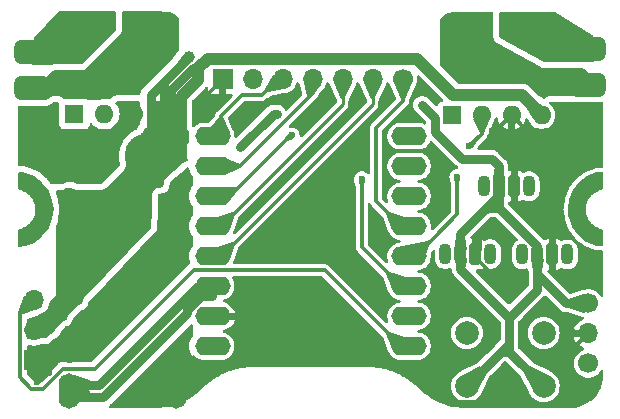
<source format=gtl>
%TF.GenerationSoftware,KiCad,Pcbnew,7.0.1*%
%TF.CreationDate,2024-01-24T12:52:34+01:00*%
%TF.ProjectId,PX-CORE,50582d43-4f52-4452-9e6b-696361645f70,rev?*%
%TF.SameCoordinates,PX675d18cPY8cbe71c*%
%TF.FileFunction,Copper,L1,Top*%
%TF.FilePolarity,Positive*%
%FSLAX46Y46*%
G04 Gerber Fmt 4.6, Leading zero omitted, Abs format (unit mm)*
G04 Created by KiCad (PCBNEW 7.0.1) date 2024-01-24 12:52:34*
%MOMM*%
%LPD*%
G01*
G04 APERTURE LIST*
G04 Aperture macros list*
%AMRoundRect*
0 Rectangle with rounded corners*
0 $1 Rounding radius*
0 $2 $3 $4 $5 $6 $7 $8 $9 X,Y pos of 4 corners*
0 Add a 4 corners polygon primitive as box body*
4,1,4,$2,$3,$4,$5,$6,$7,$8,$9,$2,$3,0*
0 Add four circle primitives for the rounded corners*
1,1,$1+$1,$2,$3*
1,1,$1+$1,$4,$5*
1,1,$1+$1,$6,$7*
1,1,$1+$1,$8,$9*
0 Add four rect primitives between the rounded corners*
20,1,$1+$1,$2,$3,$4,$5,0*
20,1,$1+$1,$4,$5,$6,$7,0*
20,1,$1+$1,$6,$7,$8,$9,0*
20,1,$1+$1,$8,$9,$2,$3,0*%
G04 Aperture macros list end*
%TA.AperFunction,ComponentPad*%
%ADD10O,3.000000X1.600000*%
%TD*%
%TA.AperFunction,ComponentPad*%
%ADD11C,1.700000*%
%TD*%
%TA.AperFunction,ComponentPad*%
%ADD12O,1.700000X1.700000*%
%TD*%
%TA.AperFunction,ComponentPad*%
%ADD13R,1.700000X1.700000*%
%TD*%
%TA.AperFunction,ComponentPad*%
%ADD14RoundRect,0.500000X1.000000X0.500000X-1.000000X0.500000X-1.000000X-0.500000X1.000000X-0.500000X0*%
%TD*%
%TA.AperFunction,ComponentPad*%
%ADD15O,1.070000X1.800000*%
%TD*%
%TA.AperFunction,ComponentPad*%
%ADD16RoundRect,0.267500X-0.267500X-0.632500X0.267500X-0.632500X0.267500X0.632500X-0.267500X0.632500X0*%
%TD*%
%TA.AperFunction,ComponentPad*%
%ADD17C,0.800000*%
%TD*%
%TA.AperFunction,ComponentPad*%
%ADD18C,2.000000*%
%TD*%
%TA.AperFunction,ComponentPad*%
%ADD19RoundRect,0.950000X-0.950000X-0.950000X0.950000X-0.950000X0.950000X0.950000X-0.950000X0.950000X0*%
%TD*%
%TA.AperFunction,ComponentPad*%
%ADD20C,3.800000*%
%TD*%
%TA.AperFunction,ComponentPad*%
%ADD21R,1.600000X1.600000*%
%TD*%
%TA.AperFunction,ComponentPad*%
%ADD22O,1.600000X1.600000*%
%TD*%
%TA.AperFunction,ComponentPad*%
%ADD23O,1.750000X3.000000*%
%TD*%
%TA.AperFunction,ComponentPad*%
%ADD24RoundRect,0.500000X-1.000000X-0.500000X1.000000X-0.500000X1.000000X0.500000X-1.000000X0.500000X0*%
%TD*%
%TA.AperFunction,ViaPad*%
%ADD25C,0.600000*%
%TD*%
%TA.AperFunction,ViaPad*%
%ADD26C,1.000000*%
%TD*%
%TA.AperFunction,Conductor*%
%ADD27C,0.300000*%
%TD*%
%TA.AperFunction,Conductor*%
%ADD28C,1.000000*%
%TD*%
%TA.AperFunction,Conductor*%
%ADD29C,0.250000*%
%TD*%
%TA.AperFunction,Conductor*%
%ADD30C,0.800000*%
%TD*%
%TA.AperFunction,Conductor*%
%ADD31C,0.200000*%
%TD*%
G04 APERTURE END LIST*
D10*
%TO.P,ESP32,1,5*%
%TO.N,/SUCC*%
X33325867Y5726728D03*
%TO.P,ESP32,2,6*%
%TO.N,/BTN*%
X33325867Y8266728D03*
%TO.P,ESP32,3,7*%
%TO.N,/PWM_M1A*%
X33325867Y10806728D03*
%TO.P,ESP32,4,8*%
%TO.N,/PWM_M2B*%
X33325867Y13346728D03*
%TO.P,ESP32,5,9*%
%TO.N,/PIN9*%
X33325867Y15886728D03*
%TO.P,ESP32,6,10*%
%TO.N,/PWM_M1B*%
X33325867Y18426728D03*
%TO.P,ESP32,7,20*%
%TO.N,/LEDS*%
X33325867Y20966728D03*
%TO.P,ESP32,8,21*%
%TO.N,/START*%
X33325867Y23506728D03*
%TO.P,ESP32,9,5V*%
%TO.N,unconnected-(ESP32-5V-Pad9)*%
X16688867Y5726728D03*
%TO.P,ESP32,10,GND*%
%TO.N,GND*%
X16688867Y8266728D03*
%TO.P,ESP32,11,3.3V*%
%TO.N,+3.3V*%
X16688867Y10806728D03*
%TO.P,ESP32,12,4*%
%TO.N,/PIN4*%
X16688867Y13346728D03*
%TO.P,ESP32,13,3*%
%TO.N,/PIN3*%
X16688867Y15886728D03*
%TO.P,ESP32,14,2*%
%TO.N,/PWM_M2A*%
X16688867Y18426728D03*
%TO.P,ESP32,15,1*%
%TO.N,/PIN1*%
X16688867Y20966728D03*
%TO.P,ESP32,16,0*%
%TO.N,/PIN0*%
X16688867Y23506728D03*
%TD*%
D11*
%TO.P,J4,1,Pin_1*%
%TO.N,/PIN9*%
X32792367Y28332230D03*
D12*
%TO.P,J4,2,Pin_2*%
%TO.N,/PIN4*%
X30252367Y28332230D03*
%TO.P,J4,3,Pin_3*%
%TO.N,/PIN3*%
X27712367Y28332230D03*
%TO.P,J4,4,Pin_4*%
%TO.N,/PIN1*%
X25172367Y28332230D03*
%TO.P,J4,5,Pin_5*%
%TO.N,/PIN0*%
X22632367Y28332230D03*
%TO.P,J4,6,Pin_6*%
%TO.N,+3.3V*%
X20092367Y28332230D03*
D13*
%TO.P,J4,7,Pin_7*%
%TO.N,GND*%
X17552367Y28332230D03*
%TD*%
D14*
%TO.P,M1,1,Pin_1*%
%TO.N,Net-(M1-Pin_1)*%
X1441366Y27567232D03*
%TO.P,M1,2,Pin_2*%
%TO.N,Net-(M1-Pin_2)*%
X1441366Y30607232D03*
%TD*%
D15*
%TO.P,LED3,1,DOUT*%
%TO.N,Net-(LED2-DIN)*%
X42925000Y13500000D03*
%TO.P,LED3,2,VDD*%
%TO.N,+3.3V*%
X44195000Y13500000D03*
D16*
%TO.P,LED3,3,GND*%
%TO.N,GND*%
X45465000Y13500000D03*
D15*
%TO.P,LED3,4,DIN*%
%TO.N,unconnected-(LED3-DIN-Pad4)*%
X46735000Y13500000D03*
%TD*%
%TO.P,LED1,1,DOUT*%
%TO.N,/LEDS*%
X36400000Y13525000D03*
%TO.P,LED1,2,VDD*%
%TO.N,+3.3V*%
X37670000Y13525000D03*
D16*
%TO.P,LED1,3,GND*%
%TO.N,GND*%
X38940000Y13525000D03*
D15*
%TO.P,LED1,4,DIN*%
%TO.N,Net-(LED1-DIN)*%
X40210000Y13525000D03*
%TD*%
D17*
%TO.P,REF\u002A\u002A,1*%
%TO.N,/AUX_GND*%
X895807Y19549539D03*
X2194678Y18250668D03*
X895807Y15114917D03*
X2194678Y16413788D03*
%TD*%
D18*
%TO.P,BTN1,1,1*%
%TO.N,/BTN*%
X38225000Y6850000D03*
X44725000Y6850000D03*
%TO.P,BTN1,2,2*%
%TO.N,+3.3V*%
X38225000Y2350000D03*
X44725000Y2350000D03*
%TD*%
D19*
%TO.P,J2,1,Pin_1*%
%TO.N,GND*%
X6175000Y21825000D03*
D20*
%TO.P,J2,2,Pin_2*%
%TO.N,/BATT*%
X11175000Y21825000D03*
%TD*%
D21*
%TO.P,PH1,1,S1*%
%TO.N,/PWM_M1A*%
X4975365Y25382229D03*
D22*
%TO.P,PH1,2,S2*%
%TO.N,/PWM_M1B*%
X7515365Y25382229D03*
%TO.P,PH1,3,GND*%
%TO.N,GND*%
X10055365Y25382229D03*
%TO.P,PH1,4,VCC*%
%TO.N,/BATT*%
X12595365Y25382229D03*
%TO.P,PH1,5,M+*%
%TO.N,Net-(M1-Pin_1)*%
X12595365Y33002229D03*
%TO.P,PH1,6,M+*%
X10055365Y33002229D03*
%TO.P,PH1,7,M-*%
%TO.N,Net-(M1-Pin_2)*%
X7515365Y33002229D03*
%TO.P,PH1,8,M-*%
X4975365Y33002229D03*
%TD*%
D23*
%TO.P,DC-DC_3.3,1,IN+*%
%TO.N,/BATT*%
X4560000Y17630000D03*
%TO.P,DC-DC_3.3,2,IN-*%
%TO.N,GND*%
X13550000Y17670000D03*
%TO.P,DC-DC_3.3,3,OUT+*%
%TO.N,+3.3V*%
X4560000Y1930000D03*
%TO.P,DC-DC_3.3,4,OUT-*%
%TO.N,GND*%
X13550000Y1960000D03*
%TD*%
D11*
%TO.P,START1,1,Pin_1*%
%TO.N,/START*%
X48500000Y4275000D03*
D12*
%TO.P,START1,2,Pin_2*%
%TO.N,GND*%
X48500000Y6815000D03*
D11*
%TO.P,START1,3,Pin_3*%
%TO.N,+3.3V*%
X48500000Y9355000D03*
%TD*%
D13*
%TO.P,J1,1,Pin_1*%
%TO.N,GND*%
X1550000Y4600000D03*
D12*
%TO.P,J1,2,Pin_2*%
%TO.N,/BATT*%
X1550000Y7140000D03*
%TO.P,J1,3,Pin_3*%
%TO.N,/SUCC*%
X1550000Y9680000D03*
%TD*%
D24*
%TO.P,M2,1,Pin_1*%
%TO.N,Net-(M2-Pin_1)*%
X48476364Y30904224D03*
%TO.P,M2,2,Pin_2*%
%TO.N,Net-(M2-Pin_2)*%
X48476364Y27864224D03*
%TD*%
D17*
%TO.P,REF\u002A\u002A,1*%
%TO.N,/AUX_GND*%
X49082262Y15085887D03*
X47783391Y16384758D03*
X49082262Y19520509D03*
X47783391Y18221638D03*
%TD*%
D15*
%TO.P,LED2,1,DOUT*%
%TO.N,Net-(LED1-DIN)*%
X39675000Y19275000D03*
%TO.P,LED2,2,VDD*%
%TO.N,+3.3V*%
X40945000Y19275000D03*
D16*
%TO.P,LED2,3,GND*%
%TO.N,GND*%
X42215000Y19275000D03*
D15*
%TO.P,LED2,4,DIN*%
%TO.N,Net-(LED2-DIN)*%
X43485000Y19275000D03*
%TD*%
D21*
%TO.P,PH2,1,S1*%
%TO.N,/PWM_M2A*%
X36922364Y25272229D03*
D22*
%TO.P,PH2,2,S2*%
%TO.N,/PWM_M2B*%
X39462364Y25272229D03*
%TO.P,PH2,3,GND*%
%TO.N,GND*%
X42002364Y25272229D03*
%TO.P,PH2,4,VCC*%
%TO.N,/BATT*%
X44542364Y25272229D03*
%TO.P,PH2,5,M+*%
%TO.N,Net-(M2-Pin_1)*%
X44542364Y32892229D03*
%TO.P,PH2,6,M+*%
X42002364Y32892229D03*
%TO.P,PH2,7,M-*%
%TO.N,Net-(M2-Pin_2)*%
X39462364Y32892229D03*
%TO.P,PH2,8,M-*%
X36922364Y32892229D03*
%TD*%
D25*
%TO.N,GND*%
X41075000Y23525000D03*
X23825000Y27250000D03*
X4650000Y4600000D03*
X45025000Y9275000D03*
X45550000Y17275000D03*
X43150000Y22475000D03*
X47525000Y22150000D03*
X2800000Y3500000D03*
X30750000Y15175000D03*
X3975000Y5625000D03*
X28450000Y22225000D03*
X40900000Y15600000D03*
X21725000Y5850000D03*
X29750000Y24475000D03*
X20025000Y25275000D03*
X26475000Y27200000D03*
X1800000Y2700000D03*
X24550000Y8050000D03*
X31375000Y22250000D03*
X35350000Y2350000D03*
X40350000Y23975000D03*
X24825000Y24725000D03*
X31025000Y13950000D03*
X47750000Y1850000D03*
X30100000Y10800000D03*
X46250000Y23475000D03*
X36100000Y21650000D03*
X41625000Y1925000D03*
X36200000Y5100000D03*
X2825000Y5275000D03*
X41725000Y10925000D03*
X3400000Y4600000D03*
X27775000Y17775000D03*
X43225000Y24125000D03*
X15375000Y25050000D03*
X36400000Y10200000D03*
X27325000Y24550000D03*
%TO.N,/PWM_M1A*%
X29322366Y19875000D03*
%TO.N,/PWM_M2A*%
X23400000Y23575000D03*
%TO.N,/PWM_M2B*%
X37400000Y20075000D03*
X38425000Y22650000D03*
%TO.N,+3.3V*%
X14549500Y9762500D03*
X34425000Y26150000D03*
X22125000Y25425000D03*
X19050000Y22625000D03*
%TO.N,/BATT*%
X11175000Y18850000D03*
X14106569Y26200000D03*
X9000000Y19650000D03*
X4150000Y10975000D03*
X15025000Y29275000D03*
X11455365Y26965231D03*
X3955000Y9545000D03*
X5375000Y9550000D03*
X12250000Y19450000D03*
X9900000Y18950000D03*
D26*
X14722363Y30232232D03*
D25*
X13200000Y27000000D03*
X14106569Y24700000D03*
X2755000Y8345000D03*
X3040000Y7140000D03*
X4100000Y8200000D03*
%TD*%
D27*
%TO.N,GND*%
X46250000Y23475000D02*
X44150000Y23475000D01*
X47485000Y6815000D02*
X45025000Y9275000D01*
X30750000Y15175000D02*
X30750000Y14225000D01*
X40805135Y24075000D02*
X40775000Y24075000D01*
D28*
X3975000Y5625000D02*
X13550000Y15200000D01*
D27*
X40775000Y24075000D02*
X40775000Y23825000D01*
X21299930Y26549930D02*
X20025000Y25275000D01*
X36400000Y10200000D02*
X36400000Y5300000D01*
X42125000Y22475000D02*
X43150000Y22475000D01*
X36400000Y5300000D02*
X36200000Y5100000D01*
X6175000Y21825000D02*
X6498136Y21825000D01*
X45550000Y20075000D02*
X43150000Y22475000D01*
X23124930Y26549930D02*
X21299930Y26549930D01*
X47750000Y2000000D02*
X47000000Y2750000D01*
X44150000Y23475000D02*
X43150000Y22475000D01*
X41264132Y10925000D02*
X38940000Y13249132D01*
X42002364Y25272229D02*
X40805135Y24075000D01*
X2225000Y5275000D02*
X1550000Y4600000D01*
D28*
X13550000Y15200000D02*
X13550000Y17170000D01*
D27*
X36700000Y1000000D02*
X35350000Y2350000D01*
X35500000Y22250000D02*
X31375000Y22250000D01*
X28450000Y22225000D02*
X28450000Y23175000D01*
X38940000Y13249132D02*
X38940000Y13525000D01*
X45550000Y18375000D02*
X45550000Y20075000D01*
X41075000Y23525000D02*
X41075000Y22975000D01*
D28*
X1550000Y4600000D02*
X2950000Y4600000D01*
D27*
X15375000Y26154863D02*
X17552367Y28332230D01*
X23825000Y27250000D02*
X23124930Y26549930D01*
D28*
X2950000Y4600000D02*
X3975000Y5625000D01*
D27*
X41625000Y1925000D02*
X40700000Y1000000D01*
X24825000Y25550000D02*
X26475000Y27200000D01*
X39300000Y14775000D02*
X39300000Y13885000D01*
X15375000Y25050000D02*
X15375000Y26154863D01*
X43150000Y22475000D02*
X42002364Y23622636D01*
X47000000Y5315000D02*
X48500000Y6815000D01*
X45550000Y18375000D02*
X45550000Y20175000D01*
X21725000Y5850000D02*
X22350000Y5850000D01*
X27775000Y13125000D02*
X27775000Y17775000D01*
X42899593Y24375000D02*
X43050000Y24375000D01*
X41725000Y10925000D02*
X41264132Y10925000D01*
X2000000Y2700000D02*
X2800000Y3500000D01*
X43950000Y23475000D02*
X46250000Y23475000D01*
X43050000Y24375000D02*
X43950000Y23475000D01*
X40700000Y1000000D02*
X36700000Y1000000D01*
X2825000Y5275000D02*
X2225000Y5275000D01*
X1800000Y2700000D02*
X2000000Y2700000D01*
X42002364Y25272229D02*
X42899593Y24375000D01*
X40775000Y23825000D02*
X41075000Y23525000D01*
X42002364Y23622636D02*
X42002364Y25272229D01*
X47750000Y1850000D02*
X47750000Y2000000D01*
D28*
X6498136Y21825000D02*
X10055365Y25382229D01*
D27*
X47000000Y2750000D02*
X47000000Y5315000D01*
X28450000Y23175000D02*
X29750000Y24475000D01*
X40900000Y15600000D02*
X40125000Y15600000D01*
X40125000Y15600000D02*
X39300000Y14775000D01*
X22350000Y5850000D02*
X24550000Y8050000D01*
X30750000Y14225000D02*
X31025000Y13950000D01*
X41075000Y22975000D02*
X41850000Y22200000D01*
X24825000Y24725000D02*
X24825000Y25550000D01*
X41850000Y22200000D02*
X42125000Y22475000D01*
X45550000Y17275000D02*
X45550000Y18375000D01*
X36100000Y21650000D02*
X35500000Y22250000D01*
X45550000Y20175000D02*
X47525000Y22150000D01*
X39300000Y13885000D02*
X38940000Y13525000D01*
X48500000Y6815000D02*
X47485000Y6815000D01*
X30100000Y10800000D02*
X27775000Y13125000D01*
%TO.N,/SUCC*%
X1345487Y2100000D02*
X2372588Y2100000D01*
X347742Y8477742D02*
X347742Y3097745D01*
X4052588Y3780000D02*
X6730000Y3780000D01*
X1550000Y9680000D02*
X347742Y8477742D01*
X26202595Y12150000D02*
X32625867Y5726728D01*
X2372588Y2100000D02*
X4052588Y3780000D01*
X6730000Y3780000D02*
X15100000Y12150000D01*
X347742Y3097745D02*
X1345487Y2100000D01*
X15100000Y12150000D02*
X26202595Y12150000D01*
%TO.N,/PWM_M1A*%
X29322366Y19875000D02*
X29322364Y14110232D01*
X29322364Y14110232D02*
X32625867Y10806730D01*
D29*
%TO.N,/PWM_M2A*%
X17712141Y18750000D02*
X18450000Y18750000D01*
D27*
X17516866Y18426730D02*
X17388868Y18426727D01*
D29*
X23275000Y23575000D02*
X23400000Y23575000D01*
X18450000Y18750000D02*
X23275000Y23575000D01*
X17388868Y18426727D02*
X17806867Y18426730D01*
X17388868Y18426727D02*
X17712141Y18750000D01*
D27*
%TO.N,/PWM_M2B*%
X39462364Y23687364D02*
X39462364Y25272229D01*
X32625867Y13346728D02*
X33821728Y13346728D01*
X35400000Y14925000D02*
X37400000Y16925000D01*
X38425000Y22650000D02*
X39462364Y23687364D01*
X33821728Y13346728D02*
X35400000Y14925000D01*
X37400000Y16925000D02*
X37400000Y20075000D01*
D29*
%TO.N,/PIN3*%
X17388865Y15886727D02*
X27712366Y26210230D01*
X27712366Y26210230D02*
X27712367Y28332225D01*
X17388865Y15886727D02*
X17806869Y15886729D01*
D30*
%TO.N,+3.3V*%
X41825000Y5950000D02*
X41825000Y7675000D01*
X46640000Y9355000D02*
X48500000Y9355000D01*
X41125000Y5250000D02*
X40462500Y4587500D01*
X44195000Y14200132D02*
X44195000Y13500000D01*
X4560000Y1940000D02*
X5050000Y1450000D01*
X41825000Y5250000D02*
X44725000Y2350000D01*
X4560000Y2430000D02*
X4560000Y1940000D01*
X41825000Y8150000D02*
X41825000Y7675000D01*
X4560000Y2430000D02*
X7105000Y2430000D01*
X14549500Y8574500D02*
X14549500Y8807260D01*
X5050000Y1450000D02*
X7425000Y1450000D01*
X7105000Y2430000D02*
X15481728Y10806728D01*
X7425000Y1450000D02*
X14549500Y8574500D01*
X44195000Y11800000D02*
X46640000Y9355000D01*
X44195000Y13500000D02*
X44195000Y11800000D01*
X39895132Y17450132D02*
X39347500Y16902500D01*
X40945000Y17450132D02*
X44195000Y14200132D01*
X37815000Y21610000D02*
X36550000Y22875000D01*
X40462500Y4587500D02*
X41825000Y5950000D01*
X40945000Y18500000D02*
X40945000Y19275000D01*
X36550000Y22875000D02*
X36519593Y22875000D01*
X39347500Y16902500D02*
X37670000Y15225000D01*
X14549500Y8807260D02*
X15692240Y9950000D01*
X41825000Y7675000D02*
X41825000Y5250000D01*
X40310000Y21610000D02*
X37815000Y21610000D01*
X44195000Y10520000D02*
X41825000Y8150000D01*
X40462500Y4587500D02*
X38225000Y2350000D01*
X15481728Y10806728D02*
X17388867Y10806728D01*
X41825000Y5250000D02*
X41125000Y5250000D01*
X36519593Y22875000D02*
X35522364Y23872229D01*
X40945000Y19275000D02*
X40945000Y17450132D01*
X40945000Y17450132D02*
X39895132Y17450132D01*
X37670000Y15225000D02*
X37670000Y13525000D01*
X37670000Y12305000D02*
X37670000Y13525000D01*
X35522364Y25052636D02*
X34425000Y26150000D01*
X15692240Y9950000D02*
X16600000Y9950000D01*
X35522364Y23872229D02*
X35522364Y25052636D01*
X14549500Y8574500D02*
X14549500Y9762500D01*
X41825000Y8150000D02*
X37670000Y12305000D01*
X39347500Y16902500D02*
X40945000Y18500000D01*
X40945000Y20975000D02*
X40310000Y21610000D01*
X40945000Y19275000D02*
X40945000Y20975000D01*
X44195000Y11800000D02*
X44195000Y10520000D01*
X21850000Y25425000D02*
X19050000Y22625000D01*
X22125000Y25425000D02*
X21850000Y25425000D01*
D29*
%TO.N,/PIN4*%
X30252366Y26210233D02*
X30252367Y28332226D01*
X17388866Y13346732D02*
X17806867Y13346729D01*
X17388866Y13346732D02*
X30252366Y26210233D01*
D27*
%TO.N,/PIN9*%
X30522368Y17990232D02*
X30522368Y24182231D01*
X32625865Y15886730D02*
X30522368Y17990232D01*
X32792367Y26452230D02*
X32792367Y28332230D01*
X30522368Y24182231D02*
X32792367Y26452230D01*
%TO.N,/PIN1*%
X25172367Y27147367D02*
X18991728Y20966728D01*
X25172367Y28332230D02*
X25172367Y27147367D01*
X18991728Y20966728D02*
X17388867Y20966728D01*
D29*
X17388868Y20966730D02*
X17806869Y20966734D01*
D27*
%TO.N,/PIN0*%
X20275000Y26999930D02*
X20899930Y26999930D01*
X20899930Y26999930D02*
X22232230Y28332230D01*
X19199930Y26999930D02*
X20275000Y26999930D01*
X17388867Y23506728D02*
X17388867Y25188867D01*
X22232230Y28332230D02*
X22632367Y28332230D01*
X18700000Y26500000D02*
X19199930Y26999930D01*
D29*
X17388867Y23506727D02*
X17806868Y23506729D01*
D27*
X17388867Y25188867D02*
X18700000Y26500000D01*
X18700000Y26500000D02*
X18874930Y26674930D01*
D30*
%TO.N,/BATT*%
X11175000Y20225000D02*
X9900000Y18950000D01*
X9700000Y18950000D02*
X9000000Y19650000D01*
X11175000Y21825000D02*
X11175000Y23875000D01*
D28*
X44542368Y25272229D02*
X42857365Y26957226D01*
D30*
X12595365Y25054635D02*
X13375000Y24275000D01*
X11175000Y16765000D02*
X11175000Y18850000D01*
X12595365Y25382229D02*
X12595365Y26395365D01*
X12595369Y25382231D02*
X14106569Y26893431D01*
X13288798Y25382229D02*
X14106569Y26200000D01*
X11175000Y22825000D02*
X11175000Y21825000D01*
X11455365Y24155365D02*
X11455365Y26965231D01*
X13375000Y24275000D02*
X13375000Y22300000D01*
X11975000Y23625000D02*
X11175000Y22825000D01*
X13225000Y22150000D02*
X14106569Y23031569D01*
X14106569Y23031569D02*
X14106569Y24700000D01*
D28*
X16265138Y30050000D02*
X15459865Y29244728D01*
D30*
X12595365Y25320365D02*
X11975000Y24700000D01*
X11175000Y23875000D02*
X11455365Y24155365D01*
X12595365Y25382229D02*
X13288798Y25382229D01*
X13424340Y25382229D02*
X14106569Y24700000D01*
X12595365Y25382229D02*
X12595365Y25320365D01*
X6480000Y17130000D02*
X4560000Y17130000D01*
X9900000Y18950000D02*
X9700000Y18950000D01*
X12595365Y25382229D02*
X12595365Y25054635D01*
X12595364Y28105230D02*
X14722363Y30232232D01*
X12595365Y25382229D02*
X13424340Y25382229D01*
X11175000Y21825000D02*
X12900000Y21825000D01*
X14106569Y26200000D02*
X14106569Y26893431D01*
X9000000Y19650000D02*
X6480000Y17130000D01*
D28*
X33975000Y30050000D02*
X37067771Y26957229D01*
D30*
X12595365Y26395365D02*
X13200000Y27000000D01*
D28*
X15459865Y29244728D02*
X15459868Y28246731D01*
D30*
X12900000Y21825000D02*
X13225000Y22150000D01*
X11455365Y26965231D02*
X12595364Y28105230D01*
X4555000Y10145000D02*
X11175000Y16765000D01*
X14106569Y24700000D02*
X14106569Y26200000D01*
X4560000Y10150000D02*
X3955000Y9545000D01*
D28*
X16265138Y30050000D02*
X33975000Y30050000D01*
D30*
X11175000Y21825000D02*
X9000000Y19650000D01*
X2755000Y8345000D02*
X3955000Y9545000D01*
X13200000Y27450000D02*
X15025000Y29275000D01*
X11175000Y21825000D02*
X11175000Y18850000D01*
X11175000Y21825000D02*
X11175000Y20225000D01*
X13200000Y27000000D02*
X13200000Y27450000D01*
X4560000Y17130000D02*
X4560000Y10150000D01*
X11975000Y24700000D02*
X11975000Y23625000D01*
X1550000Y7140000D02*
X2755000Y8345000D01*
X12595369Y25382231D02*
X12595364Y28105230D01*
X3955000Y9545000D02*
X4555000Y10145000D01*
X13375000Y22300000D02*
X13225000Y22150000D01*
D28*
X15459868Y28246731D02*
X14106569Y26893431D01*
X42857365Y26957226D02*
X37067771Y26957229D01*
D31*
%TO.N,Net-(M1-Pin_1)*%
X5967230Y27817230D02*
X9190931Y31040931D01*
X2141368Y27876226D02*
X2141370Y27817232D01*
X3247366Y28982230D02*
X2141368Y27876226D01*
X2141370Y27817232D02*
X5967230Y27817230D01*
X6035366Y28982228D02*
X3247366Y28982230D01*
X10634069Y31040931D02*
X12595369Y33002229D01*
X10055367Y33002228D02*
X6035366Y28982228D01*
X9190931Y31040931D02*
X10634069Y31040931D01*
%TO.N,Net-(M1-Pin_2)*%
X4870364Y30357229D02*
X2141368Y30357227D01*
X7515364Y33002226D02*
X4870364Y30357229D01*
X2330366Y30357231D02*
X2141368Y30357227D01*
X4975367Y33002228D02*
X7515364Y33002226D01*
X4975367Y33002228D02*
X2330366Y30357231D01*
%TD*%
%TA.AperFunction,Conductor*%
%TO.N,/PIN4*%
G36*
X18436815Y14561519D02*
G01*
X18603391Y14394943D01*
X18606532Y14389241D01*
X18606139Y14382743D01*
X18132096Y13052160D01*
X18128509Y13047052D01*
X18122806Y13044516D01*
X18116610Y13045272D01*
X17392653Y13344166D01*
X17388845Y13346707D01*
X17386304Y13350515D01*
X17062406Y14134835D01*
X17061677Y14141205D01*
X17064417Y14147004D01*
X17069800Y14150487D01*
X18425127Y14564437D01*
X18431374Y14564598D01*
X18436815Y14561519D01*
G37*
%TD.AperFunction*%
%TD*%
%TA.AperFunction,Conductor*%
%TO.N,+3.3V*%
G36*
X38067421Y14957076D02*
G01*
X38071291Y14949765D01*
X38204105Y13897089D01*
X38203167Y13890825D01*
X38199103Y13885967D01*
X37676606Y13528520D01*
X37670000Y13526477D01*
X37663394Y13528520D01*
X37140896Y13885967D01*
X37136832Y13890825D01*
X37135894Y13897089D01*
X37268709Y14949765D01*
X37272579Y14957076D01*
X37280317Y14960000D01*
X38059683Y14960000D01*
X38067421Y14957076D01*
G37*
%TD.AperFunction*%
%TD*%
%TA.AperFunction,Conductor*%
%TO.N,Net-(M2-Pin_2)*%
G36*
X40403970Y34039190D02*
G01*
X40449995Y33993737D01*
X40466867Y33931290D01*
X40466867Y31930144D01*
X40484619Y31797356D01*
X40493012Y31766525D01*
X40497366Y31733956D01*
X40497366Y31682228D01*
X40497762Y31681545D01*
X40527019Y31657698D01*
X40548411Y31623684D01*
X40553730Y31611058D01*
X40636332Y31505601D01*
X40682940Y31460094D01*
X40790345Y31380034D01*
X44473515Y29331123D01*
X44592319Y29283569D01*
X44652599Y29267931D01*
X44779534Y29251734D01*
X48051850Y29251730D01*
X48092344Y29244931D01*
X48128396Y29225280D01*
X48549285Y28894961D01*
X48584523Y28851063D01*
X48596722Y28796110D01*
X48578416Y27057025D01*
X48561333Y26995510D01*
X48515910Y26950648D01*
X48454188Y26934330D01*
X45326960Y26940252D01*
X45287167Y26940327D01*
X45287162Y26940327D01*
X45157713Y26923724D01*
X45096303Y26907583D01*
X44975425Y26858393D01*
X44871163Y26779889D01*
X44825788Y26735462D01*
X44825068Y26734546D01*
X44823986Y26733698D01*
X44820054Y26729847D01*
X44819630Y26730280D01*
X44778904Y26698323D01*
X44721253Y26687381D01*
X44665027Y26704172D01*
X44342494Y26892749D01*
X44317400Y26912114D01*
X43574911Y27654601D01*
X43572718Y27656850D01*
X43512424Y27720279D01*
X43464008Y27753978D01*
X43456495Y27759642D01*
X43410771Y27796925D01*
X43410769Y27796926D01*
X43410768Y27796927D01*
X43383798Y27811016D01*
X43370379Y27819146D01*
X43345414Y27836521D01*
X43318509Y27848067D01*
X43291210Y27859782D01*
X43282701Y27863823D01*
X43230410Y27891137D01*
X43201168Y27899504D01*
X43186383Y27904768D01*
X43158423Y27916767D01*
X43100643Y27928641D01*
X43091496Y27930886D01*
X43034782Y27947113D01*
X43004437Y27949425D01*
X42988902Y27951604D01*
X42959105Y27957727D01*
X42900116Y27957727D01*
X42890705Y27958085D01*
X42831884Y27962564D01*
X42801702Y27958721D01*
X42786043Y27957728D01*
X37533553Y27957729D01*
X37486100Y27967168D01*
X37445872Y27994048D01*
X35983686Y29456234D01*
X35956806Y29496462D01*
X35947368Y29543910D01*
X35947366Y33358998D01*
X35955801Y33403950D01*
X35979959Y33442787D01*
X36297956Y33789690D01*
X36353020Y33824453D01*
X36642612Y33913214D01*
X36650490Y33915346D01*
X37001798Y33998090D01*
X37009790Y33999696D01*
X37090807Y34013205D01*
X37109622Y34014881D01*
X40341319Y34055280D01*
X40403970Y34039190D01*
G37*
%TD.AperFunction*%
%TD*%
%TA.AperFunction,Conductor*%
%TO.N,/PWM_M2B*%
G36*
X39467556Y25271072D02*
G01*
X40190242Y24970748D01*
X40195132Y24966936D01*
X40197388Y24961161D01*
X40196375Y24955043D01*
X39564756Y23585836D01*
X39559713Y23580454D01*
X39552452Y23579158D01*
X39545859Y23582464D01*
X39346851Y23781472D01*
X39344769Y23784299D01*
X38729225Y24954739D01*
X38727908Y24961001D01*
X38730083Y24967018D01*
X38735096Y24970992D01*
X39458585Y25271076D01*
X39463070Y25271968D01*
X39467556Y25271072D01*
G37*
%TD.AperFunction*%
%TD*%
%TA.AperFunction,Conductor*%
%TO.N,+3.3V*%
G36*
X44201606Y13496481D02*
G01*
X44724103Y13139034D01*
X44728167Y13134176D01*
X44729105Y13127912D01*
X44596291Y12075235D01*
X44592421Y12067924D01*
X44584683Y12065000D01*
X43805317Y12065000D01*
X43797579Y12067924D01*
X43793709Y12075235D01*
X43660894Y13127912D01*
X43661832Y13134176D01*
X43665895Y13139033D01*
X44188394Y13496482D01*
X44195000Y13498524D01*
X44201606Y13496481D01*
G37*
%TD.AperFunction*%
%TD*%
%TA.AperFunction,Conductor*%
%TO.N,/PIN3*%
G36*
X27716856Y28331364D02*
G01*
X28486259Y28011688D01*
X28491186Y28007827D01*
X28493419Y28001979D01*
X28492317Y27995817D01*
X27840552Y26638865D01*
X27836235Y26634028D01*
X27830005Y26632231D01*
X27594727Y26632231D01*
X27588497Y26634028D01*
X27584181Y26638864D01*
X26932416Y27995817D01*
X26931314Y28001979D01*
X26933547Y28007827D01*
X26938472Y28011688D01*
X27707878Y28331365D01*
X27712367Y28332259D01*
X27716856Y28331364D01*
G37*
%TD.AperFunction*%
%TD*%
%TA.AperFunction,Conductor*%
%TO.N,+3.3V*%
G36*
X39362387Y4041040D02*
G01*
X39916039Y3487388D01*
X39919323Y3480940D01*
X39918186Y3473794D01*
X39153789Y1976932D01*
X39147419Y1971276D01*
X39138902Y1971439D01*
X38795847Y2113166D01*
X38228784Y2347438D01*
X38224978Y2349979D01*
X38222437Y2353785D01*
X37846437Y3263906D01*
X37846275Y3272420D01*
X37851930Y3278790D01*
X39348795Y4043188D01*
X39355939Y4044324D01*
X39362387Y4041040D01*
G37*
%TD.AperFunction*%
%TD*%
%TA.AperFunction,Conductor*%
%TO.N,/PIN1*%
G36*
X17706021Y21700821D02*
G01*
X18982015Y21119848D01*
X18987006Y21115531D01*
X18988867Y21109200D01*
X18988867Y20824256D01*
X18987006Y20817925D01*
X18982015Y20813608D01*
X17706023Y20232637D01*
X17699920Y20231653D01*
X17694167Y20233916D01*
X17690372Y20238794D01*
X17389731Y20962242D01*
X17388836Y20966729D01*
X17389730Y20971213D01*
X17690373Y21694666D01*
X17694167Y21699541D01*
X17699920Y21701804D01*
X17706021Y21700821D01*
G37*
%TD.AperFunction*%
%TD*%
%TA.AperFunction,Conductor*%
%TO.N,/PIN3*%
G36*
X18436817Y17101517D02*
G01*
X18603393Y16934941D01*
X18606534Y16929239D01*
X18606141Y16922741D01*
X18132096Y15592160D01*
X18128509Y15587052D01*
X18122806Y15584516D01*
X18116610Y15585272D01*
X17392653Y15884166D01*
X17388845Y15886707D01*
X17386304Y15890515D01*
X17062407Y16674835D01*
X17061678Y16681205D01*
X17064418Y16687004D01*
X17069801Y16690487D01*
X18425129Y17104435D01*
X18431376Y17104596D01*
X18436817Y17101517D01*
G37*
%TD.AperFunction*%
%TD*%
%TA.AperFunction,Conductor*%
%TO.N,/PIN9*%
G36*
X31607369Y17121972D02*
G01*
X32945178Y16690617D01*
X32950471Y16687097D01*
X32953141Y16681329D01*
X32952402Y16675016D01*
X32628429Y15890515D01*
X32625888Y15886707D01*
X32622080Y15884166D01*
X31897945Y15585198D01*
X31891810Y15584433D01*
X31886142Y15586900D01*
X31882522Y15591912D01*
X31391070Y16904987D01*
X31390595Y16911566D01*
X31393754Y16917356D01*
X31595510Y17119111D01*
X31601037Y17122210D01*
X31607369Y17121972D01*
G37*
%TD.AperFunction*%
%TD*%
%TA.AperFunction,Conductor*%
%TO.N,+3.3V*%
G36*
X6302241Y2832776D02*
G01*
X6307866Y2828497D01*
X6310000Y2821760D01*
X6310000Y2036962D01*
X6308355Y2030979D01*
X6303882Y2026679D01*
X5442672Y1559166D01*
X5435414Y1557870D01*
X5428822Y1561171D01*
X4564888Y2424119D01*
X4561620Y2430444D01*
X4562622Y2437490D01*
X4977666Y3295541D01*
X4983768Y3301273D01*
X4992137Y3301460D01*
X6302241Y2832776D01*
G37*
%TD.AperFunction*%
%TD*%
%TA.AperFunction,Conductor*%
%TO.N,+3.3V*%
G36*
X37678362Y13519516D02*
G01*
X38199014Y13164086D01*
X38203113Y13159164D01*
X38204007Y13152821D01*
X38105408Y12439707D01*
X38102091Y12433036D01*
X37552694Y11883639D01*
X37545642Y11880276D01*
X37538045Y11882102D01*
X37533293Y11888302D01*
X37200118Y12915717D01*
X37199725Y12921353D01*
X37202020Y12926516D01*
X37662541Y13517050D01*
X37669962Y13521413D01*
X37678362Y13519516D01*
G37*
%TD.AperFunction*%
%TD*%
%TA.AperFunction,Conductor*%
%TO.N,Net-(M1-Pin_2)*%
G36*
X8435333Y34094366D02*
G01*
X8480743Y34048977D01*
X8497365Y33986961D01*
X8497367Y32533592D01*
X8487928Y32486139D01*
X8461048Y32445911D01*
X5634189Y29619049D01*
X5593961Y29592169D01*
X5546508Y29582730D01*
X3294854Y29582730D01*
X3278669Y29583791D01*
X3247365Y29587913D01*
X3108840Y29569676D01*
X3090603Y29567274D01*
X3064108Y29556300D01*
X2992383Y29526591D01*
X2945727Y29517156D01*
X1532247Y29508095D01*
X1467147Y29526069D01*
X1421122Y29575494D01*
X1407825Y29641707D01*
X1569049Y31714559D01*
X1578953Y31754369D01*
X1601303Y31788766D01*
X3693264Y34068767D01*
X3734695Y34098431D01*
X3784561Y34108926D01*
X8373314Y34110960D01*
X8435333Y34094366D01*
G37*
%TD.AperFunction*%
%TD*%
%TA.AperFunction,Conductor*%
%TO.N,/PWM_M2B*%
G36*
X38749581Y23173947D02*
G01*
X38948946Y22974582D01*
X38952277Y22967804D01*
X38950773Y22960404D01*
X38707298Y22543977D01*
X38700946Y22538798D01*
X38692754Y22539059D01*
X38428815Y22647437D01*
X38424986Y22649987D01*
X38422436Y22653816D01*
X38314058Y22917755D01*
X38313797Y22925947D01*
X38318974Y22932298D01*
X38735407Y23175775D01*
X38742803Y23177278D01*
X38749581Y23173947D01*
G37*
%TD.AperFunction*%
%TD*%
%TA.AperFunction,Conductor*%
%TO.N,+3.3V*%
G36*
X41342421Y20707076D02*
G01*
X41346291Y20699765D01*
X41479105Y19647089D01*
X41478167Y19640825D01*
X41474103Y19635967D01*
X40951605Y19278520D01*
X40944999Y19276477D01*
X40938393Y19278520D01*
X40415896Y19635967D01*
X40411832Y19640825D01*
X40410894Y19647089D01*
X40543709Y20699765D01*
X40547579Y20707076D01*
X40555317Y20710000D01*
X41334683Y20710000D01*
X41342421Y20707076D01*
G37*
%TD.AperFunction*%
%TD*%
%TA.AperFunction,Conductor*%
%TO.N,/PIN1*%
G36*
X25178605Y28327393D02*
G01*
X25765952Y27738662D01*
X25769354Y27730986D01*
X25766738Y27723007D01*
X24922360Y26687085D01*
X24917077Y26683406D01*
X24910647Y26683080D01*
X24905018Y26686204D01*
X24704204Y26887018D01*
X24701216Y26892118D01*
X24389886Y27996952D01*
X24390619Y28005228D01*
X24396662Y28010928D01*
X25165840Y28329938D01*
X25172609Y28330604D01*
X25178605Y28327393D01*
G37*
%TD.AperFunction*%
%TD*%
%TA.AperFunction,Conductor*%
%TO.N,/PWM_M1A*%
G36*
X31607368Y12041972D02*
G01*
X32280339Y11824983D01*
X32945177Y11610617D01*
X32950470Y11607097D01*
X32953140Y11601329D01*
X32952401Y11595016D01*
X32628429Y10810515D01*
X32625888Y10806707D01*
X32622080Y10804166D01*
X31897945Y10505198D01*
X31891810Y10504433D01*
X31886142Y10506900D01*
X31882522Y10511912D01*
X31770762Y10810515D01*
X31391069Y11824986D01*
X31390594Y11831565D01*
X31393753Y11837355D01*
X31595509Y12039111D01*
X31601036Y12042210D01*
X31607368Y12041972D01*
G37*
%TD.AperFunction*%
%TD*%
%TA.AperFunction,Conductor*%
%TO.N,Net-(M2-Pin_1)*%
G36*
X45612270Y34057230D02*
G01*
X45677252Y34038837D01*
X48841329Y32091712D01*
X48883248Y32048931D01*
X48900224Y31991492D01*
X48991738Y29886615D01*
X48976993Y29822365D01*
X48931404Y29774751D01*
X48867855Y29757229D01*
X44779535Y29757234D01*
X44719255Y29772872D01*
X41036085Y31821783D01*
X40989477Y31867290D01*
X40972367Y31930141D01*
X40972367Y33933232D01*
X40988980Y33995231D01*
X41034367Y34040618D01*
X41096366Y34057231D01*
X45612270Y34057230D01*
G37*
%TD.AperFunction*%
%TD*%
%TA.AperFunction,Conductor*%
%TO.N,/PWM_M2B*%
G36*
X34928339Y14664350D02*
G01*
X34933341Y14661389D01*
X35135544Y14459186D01*
X35138718Y14453332D01*
X35138184Y14446695D01*
X34790144Y13546292D01*
X34786271Y13541165D01*
X34780274Y13538857D01*
X32633733Y13346789D01*
X32626624Y13348437D01*
X32621875Y13353977D01*
X32542475Y13546292D01*
X32325030Y14072969D01*
X32324356Y14079639D01*
X32327453Y14085585D01*
X32333303Y14088853D01*
X34922529Y14664537D01*
X34928339Y14664350D01*
G37*
%TD.AperFunction*%
%TD*%
%TA.AperFunction,Conductor*%
%TO.N,/PIN0*%
G36*
X17537670Y25104867D02*
G01*
X17541987Y25099876D01*
X18122958Y23823885D01*
X18123942Y23817782D01*
X18121679Y23812029D01*
X18116800Y23808233D01*
X17396100Y23508734D01*
X17389330Y23508062D01*
X17383332Y23511270D01*
X16596319Y24299267D01*
X16592912Y24306936D01*
X16595515Y24314911D01*
X17235356Y25102407D01*
X17239408Y25105592D01*
X17244436Y25106728D01*
X17531339Y25106728D01*
X17537670Y25104867D01*
G37*
%TD.AperFunction*%
%TD*%
%TA.AperFunction,Conductor*%
%TO.N,/PIN4*%
G36*
X30256856Y28331364D02*
G01*
X31026259Y28011688D01*
X31031186Y28007827D01*
X31033419Y28001979D01*
X31032317Y27995817D01*
X30380552Y26638865D01*
X30376235Y26634028D01*
X30370005Y26632231D01*
X30134727Y26632231D01*
X30128497Y26634028D01*
X30124181Y26638864D01*
X29472416Y27995817D01*
X29471314Y28001979D01*
X29473547Y28007827D01*
X29478472Y28011688D01*
X30247878Y28331365D01*
X30252367Y28332259D01*
X30256856Y28331364D01*
G37*
%TD.AperFunction*%
%TD*%
%TA.AperFunction,Conductor*%
%TO.N,/PWM_M2A*%
G36*
X23197461Y23777602D02*
G01*
X23399029Y23577374D01*
X23401606Y23573517D01*
X23509993Y23309554D01*
X23510720Y23303241D01*
X23508039Y23297479D01*
X23502742Y23293969D01*
X23020854Y23139460D01*
X23014529Y23139230D01*
X23009009Y23142328D01*
X22844413Y23306924D01*
X22841018Y23314334D01*
X22843285Y23322161D01*
X23179817Y23776269D01*
X23185079Y23780246D01*
X23191658Y23780743D01*
X23197461Y23777602D01*
G37*
%TD.AperFunction*%
%TD*%
%TA.AperFunction,Conductor*%
%TO.N,/SUCC*%
G36*
X775948Y10000637D02*
G01*
X1546216Y9682562D01*
X1550021Y9680022D01*
X1552562Y9676215D01*
X1870636Y8905949D01*
X1871399Y8899792D01*
X1868907Y8894111D01*
X1863861Y8890502D01*
X461006Y8374436D01*
X454454Y8373990D01*
X448694Y8377144D01*
X247143Y8578695D01*
X243989Y8584455D01*
X244434Y8591004D01*
X760501Y9993863D01*
X764110Y9998908D01*
X769791Y10001400D01*
X775948Y10000637D01*
G37*
%TD.AperFunction*%
%TD*%
%TA.AperFunction,Conductor*%
%TO.N,+3.3V*%
G36*
X43601205Y4043188D02*
G01*
X43605410Y4041040D01*
X45098068Y3278790D01*
X45103724Y3272420D01*
X45103561Y3263903D01*
X44727562Y2353785D01*
X44725021Y2349979D01*
X44721215Y2347438D01*
X43811097Y1971439D01*
X43802580Y1971276D01*
X43796210Y1976932D01*
X43606058Y2349293D01*
X43031812Y3473795D01*
X43030676Y3480940D01*
X43033958Y3487386D01*
X43587614Y4041042D01*
X43594060Y4044324D01*
X43601205Y4043188D01*
G37*
%TD.AperFunction*%
%TD*%
%TA.AperFunction,Conductor*%
%TO.N,/BATT*%
G36*
X43701627Y26681887D02*
G01*
X44698126Y26099259D01*
X44839711Y26016478D01*
X44844893Y26010115D01*
X44844621Y26001913D01*
X44544926Y25276017D01*
X44542384Y25272209D01*
X44538576Y25269667D01*
X43812680Y24969972D01*
X43804478Y24969700D01*
X43798115Y24974882D01*
X43197636Y26001913D01*
X43132707Y26112965D01*
X43131204Y26120362D01*
X43134534Y26127139D01*
X43687454Y26680060D01*
X43694230Y26683390D01*
X43701627Y26681887D01*
G37*
%TD.AperFunction*%
%TD*%
%TA.AperFunction,Conductor*%
%TO.N,Net-(M1-Pin_1)*%
G36*
X11461550Y34111707D02*
G01*
X12225542Y34096237D01*
X12235300Y34095654D01*
X12592359Y34060142D01*
X12600471Y34059063D01*
X12956491Y33999698D01*
X12964477Y33998093D01*
X13315777Y33915350D01*
X13323682Y33913210D01*
X13412920Y33885859D01*
X13455964Y33862565D01*
X13777750Y33594409D01*
X13810658Y33551747D01*
X13822365Y33499152D01*
X13822365Y30760451D01*
X13815148Y30718764D01*
X13794337Y30681932D01*
X13586873Y30428364D01*
X13347879Y30136261D01*
X13344126Y30130701D01*
X13329037Y30112406D01*
X12015626Y28798993D01*
X12000834Y28786358D01*
X11989489Y28778116D01*
X11944106Y28727713D01*
X11939638Y28723005D01*
X10875629Y27658996D01*
X10860837Y27646362D01*
X10849495Y27638121D01*
X10804116Y27587723D01*
X10799653Y27583019D01*
X10785239Y27568605D01*
X10772423Y27552780D01*
X10768217Y27547855D01*
X10722831Y27497447D01*
X10715823Y27485309D01*
X10704807Y27469281D01*
X10695984Y27458386D01*
X10665183Y27397936D01*
X10662087Y27392235D01*
X10628187Y27333518D01*
X10623853Y27320179D01*
X10616409Y27302209D01*
X10610045Y27289719D01*
X10592491Y27224214D01*
X10590649Y27217997D01*
X10569690Y27153488D01*
X10568225Y27139545D01*
X10564680Y27120417D01*
X10561051Y27106876D01*
X10560332Y27093148D01*
X10538834Y27029610D01*
X10487393Y26986564D01*
X10434849Y26978676D01*
X10434867Y26975951D01*
X8573817Y26963655D01*
X8456213Y26948986D01*
X8400173Y26935179D01*
X8289223Y26893537D01*
X8191018Y26827212D01*
X8147293Y26789515D01*
X8067228Y26702149D01*
X8055538Y26681094D01*
X8019381Y26640514D01*
X7969343Y26619296D01*
X7915037Y26621515D01*
X7742056Y26667865D01*
X7515365Y26687698D01*
X7288675Y26667865D01*
X7068867Y26608968D01*
X6982832Y26568848D01*
X6930427Y26557230D01*
X6150866Y26557230D01*
X6111707Y26563576D01*
X6076556Y26581963D01*
X6017698Y26626024D01*
X6017696Y26626025D01*
X5882848Y26676320D01*
X5823238Y26682729D01*
X5823234Y26682729D01*
X4127487Y26682729D01*
X4124015Y26682355D01*
X4121132Y26682729D01*
X4120847Y26682728D01*
X4120847Y26682765D01*
X4066589Y26689785D01*
X4018798Y26722480D01*
X3998045Y26745431D01*
X3889426Y26836044D01*
X3759956Y26893013D01*
X3693799Y26911618D01*
X3553614Y26930482D01*
X3261789Y26928553D01*
X3206660Y26922095D01*
X3151537Y26915636D01*
X3151534Y26915636D01*
X3151531Y26915635D01*
X3098798Y26903476D01*
X2994021Y26866805D01*
X2899778Y26808153D01*
X2857240Y26774678D01*
X2819278Y26737370D01*
X2810723Y26729708D01*
X2724938Y26659759D01*
X2703989Y26645953D01*
X2637110Y26611018D01*
X2613809Y26601710D01*
X2537395Y26579846D01*
X2514268Y26575549D01*
X2491141Y26573493D01*
X2482454Y26572720D01*
X2471474Y26572233D01*
X1361973Y26572233D01*
X1296366Y26591011D01*
X1250629Y26641657D01*
X1238615Y26708832D01*
X1263962Y26772192D01*
X1265889Y26774678D01*
X2642579Y28551054D01*
X2652894Y28562759D01*
X3111962Y29021824D01*
X3163458Y29052745D01*
X3185825Y29059568D01*
X3207484Y29068540D01*
X3238768Y29076920D01*
X3241786Y29077317D01*
X3261984Y29078307D01*
X3294854Y29077230D01*
X5546508Y29077230D01*
X5645126Y29086943D01*
X5679865Y29093853D01*
X5692580Y29096382D01*
X5787407Y29125148D01*
X5787407Y29125149D01*
X5787410Y29125149D01*
X5874805Y29171864D01*
X5915033Y29198744D01*
X5991632Y29261607D01*
X8818491Y32088469D01*
X8881353Y32165067D01*
X8908233Y32205295D01*
X8954948Y32292690D01*
X8983715Y32387521D01*
X8993154Y32434974D01*
X9002867Y32533593D01*
X9002865Y33986962D01*
X9002865Y33987295D01*
X9019469Y34049279D01*
X9064833Y34094664D01*
X9126806Y34111295D01*
X10112490Y34111731D01*
X11459041Y34111731D01*
X11461550Y34111707D01*
G37*
%TD.AperFunction*%
%TD*%
%TA.AperFunction,Conductor*%
%TO.N,+3.3V*%
G36*
X5280048Y3024764D02*
G01*
X6307098Y1853310D01*
X6310000Y1845597D01*
X6310000Y1060792D01*
X6306900Y1052860D01*
X6299244Y1049130D01*
X5376639Y974471D01*
X5370177Y975816D01*
X5365471Y980445D01*
X4563677Y2421593D01*
X4562391Y2429382D01*
X4566344Y2436212D01*
X5263696Y3025985D01*
X5272121Y3028719D01*
X5280048Y3024764D01*
G37*
%TD.AperFunction*%
%TD*%
%TA.AperFunction,Conductor*%
%TO.N,/PIN9*%
G36*
X32796856Y28331365D02*
G01*
X33566428Y28011618D01*
X33571321Y28007804D01*
X33573576Y28002025D01*
X33572560Y27995905D01*
X32945506Y26639022D01*
X32941188Y26634073D01*
X32934885Y26632230D01*
X32649849Y26632230D01*
X32643546Y26634073D01*
X32639228Y26639022D01*
X32012173Y27995905D01*
X32011157Y28002025D01*
X32013412Y28007804D01*
X32018303Y28011617D01*
X32787878Y28331366D01*
X32792367Y28332260D01*
X32796856Y28331365D01*
G37*
%TD.AperFunction*%
%TD*%
%TA.AperFunction,Conductor*%
%TO.N,+3.3V*%
G36*
X40951606Y19271481D02*
G01*
X41474103Y18914034D01*
X41478167Y18909176D01*
X41479105Y18902912D01*
X41346291Y17850235D01*
X41342421Y17842924D01*
X41334683Y17840000D01*
X40555317Y17840000D01*
X40547579Y17842924D01*
X40543709Y17850235D01*
X40410894Y18902912D01*
X40411832Y18909176D01*
X40415895Y18914033D01*
X40938394Y19271482D01*
X40945000Y19273524D01*
X40951606Y19271481D01*
G37*
%TD.AperFunction*%
%TD*%
%TA.AperFunction,Conductor*%
%TO.N,/SUCC*%
G36*
X31607367Y6961971D02*
G01*
X32945177Y6530617D01*
X32950470Y6527097D01*
X32953140Y6521329D01*
X32952401Y6515016D01*
X32628429Y5730515D01*
X32625888Y5726707D01*
X32622080Y5724166D01*
X31897945Y5425198D01*
X31891810Y5424433D01*
X31886142Y5426900D01*
X31882522Y5431912D01*
X31770762Y5730515D01*
X31391068Y6744985D01*
X31390593Y6751564D01*
X31393752Y6757354D01*
X31595508Y6959110D01*
X31601035Y6962209D01*
X31607367Y6961971D01*
G37*
%TD.AperFunction*%
%TD*%
%TA.AperFunction,Conductor*%
%TO.N,/PWM_M1A*%
G36*
X29326873Y19874116D02*
G01*
X29573027Y19771269D01*
X29590143Y19764117D01*
X29596119Y19758508D01*
X29596950Y19750355D01*
X29474654Y19283735D01*
X29470484Y19277438D01*
X29463336Y19275001D01*
X29181394Y19275001D01*
X29174246Y19277438D01*
X29170077Y19283733D01*
X29047780Y19750355D01*
X29048612Y19758508D01*
X29054587Y19764117D01*
X29317858Y19874116D01*
X29322366Y19875019D01*
X29326873Y19874116D01*
G37*
%TD.AperFunction*%
%TD*%
%TA.AperFunction,Conductor*%
%TO.N,/BATT*%
G36*
X14377951Y30576680D02*
G01*
X14723070Y30232939D01*
X14723103Y30232906D01*
X15066810Y29887821D01*
X15069919Y29882200D01*
X15069593Y29875785D01*
X15065929Y29870509D01*
X14306294Y29248989D01*
X14298302Y29246359D01*
X14290612Y29249771D01*
X13739901Y29800482D01*
X13736489Y29808172D01*
X13739118Y29816163D01*
X14360640Y30575801D01*
X14365915Y30579463D01*
X14372330Y30579789D01*
X14377951Y30576680D01*
G37*
%TD.AperFunction*%
%TD*%
%TA.AperFunction,Conductor*%
%TO.N,/PWM_M2A*%
G36*
X18686960Y19168477D02*
G01*
X18694707Y19165062D01*
X18860830Y18998939D01*
X18864241Y18991284D01*
X18861656Y18983311D01*
X17962717Y17871145D01*
X17957438Y17867441D01*
X17950999Y17867097D01*
X17945355Y17870217D01*
X17391601Y18422589D01*
X17389055Y18426393D01*
X17388164Y18430882D01*
X17388813Y19165062D01*
X17388856Y19214503D01*
X17390516Y19220499D01*
X17395015Y19224796D01*
X17401080Y19226180D01*
X18686960Y19168477D01*
G37*
%TD.AperFunction*%
%TD*%
%TA.AperFunction,Conductor*%
%TO.N,/PIN0*%
G36*
X21856535Y28653603D02*
G01*
X22526078Y28377120D01*
X22625833Y28335927D01*
X22631094Y28331614D01*
X22633067Y28325103D01*
X22632375Y27492064D01*
X22629625Y27484538D01*
X22622678Y27480547D01*
X21382062Y27264988D01*
X21376527Y27265361D01*
X21371786Y27268242D01*
X21170300Y27469728D01*
X21166973Y27476478D01*
X21168443Y27483855D01*
X21841943Y28648646D01*
X21848308Y28653866D01*
X21856535Y28653603D01*
G37*
%TD.AperFunction*%
%TD*%
%TA.AperFunction,Conductor*%
%TO.N,/PWM_M2B*%
G36*
X37404507Y20074117D02*
G01*
X37641497Y19975098D01*
X37667777Y19964117D01*
X37673753Y19958508D01*
X37674584Y19950355D01*
X37552289Y19483734D01*
X37548119Y19477437D01*
X37540971Y19475000D01*
X37259029Y19475000D01*
X37251881Y19477437D01*
X37247711Y19483734D01*
X37125415Y19950355D01*
X37126246Y19958508D01*
X37132221Y19964117D01*
X37395492Y20074117D01*
X37400000Y20075020D01*
X37404507Y20074117D01*
G37*
%TD.AperFunction*%
%TD*%
%TA.AperFunction,Conductor*%
%TO.N,+3.3V*%
G36*
X48173001Y10136760D02*
G01*
X48178697Y10130723D01*
X48499134Y9359489D01*
X48500029Y9355000D01*
X48499134Y9350511D01*
X48178697Y8579278D01*
X48173001Y8573241D01*
X48164734Y8572501D01*
X46808542Y8952606D01*
X46802377Y8956803D01*
X46800000Y8963872D01*
X46800000Y9746128D01*
X46802377Y9753197D01*
X46808542Y9757394D01*
X47022789Y9817443D01*
X48164735Y10137500D01*
X48173001Y10136760D01*
G37*
%TD.AperFunction*%
%TD*%
%TA.AperFunction,Conductor*%
%TO.N,/BATT*%
G36*
X14386628Y26483572D02*
G01*
X14431964Y26438641D01*
X14448943Y26377113D01*
X14462145Y24905180D01*
X14466555Y24413486D01*
X14480506Y24305643D01*
X14482040Y24293783D01*
X14492672Y24251852D01*
X14496489Y24236796D01*
X14539907Y24124182D01*
X14603642Y24032470D01*
X14608783Y24025072D01*
X14647857Y23981144D01*
X14688796Y23944937D01*
X14725381Y23887802D01*
X14726420Y23819962D01*
X14703231Y23733419D01*
X14683398Y23506728D01*
X14703231Y23280037D01*
X14733530Y23166959D01*
X14732697Y23099813D01*
X14696982Y23042946D01*
X14659106Y23008652D01*
X14620304Y22963914D01*
X14552260Y22863134D01*
X14510251Y22749019D01*
X14496627Y22691396D01*
X14490785Y22639268D01*
X14483084Y22570549D01*
X14489114Y21898232D01*
X14490307Y21889012D01*
X14504597Y21778532D01*
X14519043Y21721553D01*
X14562460Y21608939D01*
X14562461Y21608937D01*
X14582597Y21579961D01*
X14604461Y21517938D01*
X14591533Y21453457D01*
X14547451Y21404656D01*
X14484612Y21385260D01*
X14470957Y21384837D01*
X14338665Y21342991D01*
X14277777Y21314026D01*
X14161835Y21237778D01*
X12756197Y20006393D01*
X12675101Y19915943D01*
X12641184Y19867462D01*
X12584013Y19760283D01*
X12554063Y19642569D01*
X12554062Y19642563D01*
X12554062Y19642562D01*
X12546469Y19583889D01*
X12545468Y19462412D01*
X12545468Y19462408D01*
X12545407Y19454936D01*
X12545302Y19454937D01*
X12545301Y19436121D01*
X12540986Y19397825D01*
X12534808Y19370756D01*
X12522081Y19334383D01*
X12510032Y19309364D01*
X12489529Y19276734D01*
X12472217Y19255025D01*
X12444975Y19227783D01*
X12423266Y19210471D01*
X12390636Y19189968D01*
X12365617Y19177919D01*
X12329244Y19165192D01*
X12302175Y19159014D01*
X12221947Y19149974D01*
X12211542Y19149243D01*
X12128714Y19146919D01*
X12061025Y19135418D01*
X11926370Y19092501D01*
X11808857Y19013981D01*
X11757669Y18968237D01*
X11666484Y18860253D01*
X11608763Y18731255D01*
X11589754Y18665276D01*
X11570000Y18525344D01*
X11570000Y16845615D01*
X11571556Y16805991D01*
X11571602Y16805408D01*
X11571613Y16804542D01*
X11571652Y16803555D01*
X11571626Y16803554D01*
X11571811Y16789240D01*
X11570863Y16771118D01*
X11570862Y16771084D01*
X11570342Y16757876D01*
X11570172Y16751410D01*
X11570143Y16749174D01*
X11569634Y16739463D01*
X11569439Y16737341D01*
X11568927Y16730846D01*
X11568055Y16717557D01*
X11567590Y16708688D01*
X11561694Y16676878D01*
X11558962Y16668470D01*
X11554994Y16655690D01*
X11553184Y16649575D01*
X11549583Y16636804D01*
X11544903Y16619339D01*
X11540303Y16605782D01*
X11540328Y16605772D01*
X11539980Y16604830D01*
X11539705Y16604018D01*
X11539484Y16603485D01*
X11525735Y16566213D01*
X11522894Y16557466D01*
X11519523Y16548329D01*
X11503340Y16509258D01*
X11486726Y16447256D01*
X11469500Y16316416D01*
X11469500Y15826046D01*
X11460679Y15780112D01*
X11435469Y15740716D01*
X9512933Y13713693D01*
X5831604Y9832294D01*
X5780378Y9768699D01*
X5757925Y9735685D01*
X5717620Y9664698D01*
X5689266Y9588147D01*
X5678472Y9549726D01*
X5668825Y9500384D01*
X5664171Y9483225D01*
X5647081Y9434383D01*
X5635032Y9409364D01*
X5614529Y9376734D01*
X5597217Y9355025D01*
X5569975Y9327783D01*
X5548266Y9310471D01*
X5515636Y9289968D01*
X5490618Y9277919D01*
X5396117Y9244852D01*
X5390284Y9242972D01*
X5371486Y9237421D01*
X5289307Y9205115D01*
X5214009Y9159006D01*
X5179316Y9133343D01*
X5113168Y9074812D01*
X4557332Y8488768D01*
X4506111Y8425181D01*
X4483658Y8392166D01*
X4443354Y8321184D01*
X4443353Y8321180D01*
X4414997Y8244626D01*
X4404415Y8206961D01*
X4404199Y8206193D01*
X4392609Y8146908D01*
X4387955Y8129747D01*
X4372083Y8084386D01*
X4360034Y8059366D01*
X4339529Y8026733D01*
X4322217Y8005025D01*
X4294975Y7977783D01*
X4273266Y7960471D01*
X4240636Y7939968D01*
X4215617Y7927919D01*
X4141368Y7901939D01*
X4135534Y7900058D01*
X4090408Y7886732D01*
X4008237Y7854427D01*
X3932943Y7808319D01*
X3898265Y7782667D01*
X3832104Y7724126D01*
X3488924Y7362296D01*
X3424156Y7277689D01*
X3397087Y7233316D01*
X3351490Y7137009D01*
X3312080Y7024379D01*
X3300031Y6999361D01*
X3294146Y6989993D01*
X3279530Y6966733D01*
X3262218Y6945026D01*
X3234974Y6917782D01*
X3213264Y6900469D01*
X3180638Y6879969D01*
X3155624Y6867922D01*
X3096585Y6847263D01*
X2988953Y6794548D01*
X2939952Y6762846D01*
X2847766Y6686291D01*
X2594414Y6419168D01*
X2553409Y6390576D01*
X2504445Y6380500D01*
X2060245Y6380500D01*
X1950837Y6368519D01*
X1914317Y6360422D01*
X1903663Y6358544D01*
X1901246Y6358226D01*
X1893308Y6357181D01*
X1707769Y6307467D01*
X1686484Y6303714D01*
X1560807Y6292718D01*
X1539191Y6292718D01*
X1413514Y6303714D01*
X1392230Y6307467D01*
X1285168Y6336153D01*
X1170872Y6353107D01*
X1157004Y6353561D01*
X1118185Y6354832D01*
X1057914Y6372756D01*
X1014185Y6417940D01*
X998242Y6478765D01*
X998242Y7946942D01*
X1008327Y7995925D01*
X1036942Y8036941D01*
X1079431Y8063317D01*
X1100844Y8071194D01*
X1999439Y8401760D01*
X2010150Y8405157D01*
X2013663Y8406097D01*
X2018027Y8408133D01*
X2027619Y8412126D01*
X2038384Y8416085D01*
X2060192Y8427626D01*
X2065645Y8430338D01*
X2227830Y8505965D01*
X2421401Y8641505D01*
X2588495Y8808599D01*
X2724035Y9002170D01*
X2823903Y9216337D01*
X2885063Y9444592D01*
X2886490Y9460912D01*
X2898048Y9503382D01*
X2923710Y9539135D01*
X3425000Y10025000D01*
X3425000Y15868418D01*
X3434582Y15916214D01*
X3587168Y16281492D01*
X3587168Y16281495D01*
X3587172Y16281502D01*
X3609524Y16347457D01*
X3618216Y16380420D01*
X3631294Y16448841D01*
X3727329Y17245912D01*
X3730942Y17310483D01*
X3730685Y17342146D01*
X3730685Y17342155D01*
X3726025Y17406637D01*
X3726024Y17406651D01*
X3630019Y18107464D01*
X3619651Y18161272D01*
X3613152Y18187310D01*
X3597030Y18239649D01*
X3555551Y18352233D01*
X3432646Y18685832D01*
X3425000Y18728700D01*
X3425000Y18845500D01*
X3441613Y18907500D01*
X3487000Y18952887D01*
X3549000Y18969500D01*
X3883016Y18969500D01*
X3883019Y18969500D01*
X3979008Y18978697D01*
X4025242Y18987639D01*
X4117732Y19014894D01*
X4294533Y19085940D01*
X4314623Y19092092D01*
X4438794Y19118854D01*
X4459634Y19121522D01*
X4586507Y19126911D01*
X4607518Y19126019D01*
X4656981Y19119686D01*
X4733489Y19109889D01*
X4754043Y19105459D01*
X4875468Y19068274D01*
X4894975Y19060435D01*
X4941644Y19036904D01*
X5052262Y18996494D01*
X5108087Y18983217D01*
X5225049Y18969500D01*
X7199166Y18969500D01*
X7199167Y18969500D01*
X7296886Y18979035D01*
X7343920Y18988302D01*
X7437941Y19016543D01*
X7524730Y19062424D01*
X7564735Y19088838D01*
X7641030Y19150639D01*
X9189788Y20676953D01*
X9225296Y20723244D01*
X9274653Y20787588D01*
X9308084Y20846526D01*
X9359491Y20976127D01*
X9373538Y21114847D01*
X9372237Y21149576D01*
X9371002Y21182553D01*
X9346614Y21319843D01*
X9339092Y21342990D01*
X9338317Y21345377D01*
X9334442Y21360465D01*
X9333778Y21363946D01*
X9292682Y21579385D01*
X9290734Y21594807D01*
X9276740Y21817229D01*
X9276740Y21832773D01*
X9290734Y22055198D01*
X9292682Y22070616D01*
X9334445Y22289549D01*
X9338311Y22304606D01*
X9407182Y22516568D01*
X9412911Y22531035D01*
X9507794Y22732671D01*
X9515295Y22746316D01*
X9634705Y22934477D01*
X9643848Y22947061D01*
X9785902Y23118777D01*
X9796555Y23130120D01*
X9959020Y23282686D01*
X9970992Y23292589D01*
X10151293Y23423585D01*
X10164423Y23431918D01*
X10359718Y23539282D01*
X10373799Y23545909D01*
X10418506Y23563608D01*
X10516558Y23615524D01*
X10561301Y23645932D01*
X10645657Y23717980D01*
X10663088Y23741197D01*
X10693236Y23769764D01*
X10731124Y23786774D01*
X10975000Y23850000D01*
X11275000Y24575000D01*
X11275000Y24893008D01*
X11281998Y24924530D01*
X11279296Y24925254D01*
X11296394Y24989066D01*
X11341000Y25155537D01*
X11360833Y25382229D01*
X11360678Y25383995D01*
X11354221Y25457794D01*
X11341000Y25608921D01*
X11282104Y25828725D01*
X11282103Y25828726D01*
X11279296Y25839204D01*
X11281998Y25839929D01*
X11275000Y25871450D01*
X11275000Y26376000D01*
X11291613Y26438000D01*
X11337000Y26483387D01*
X11399000Y26500000D01*
X14324949Y26500000D01*
X14386628Y26483572D01*
G37*
%TD.AperFunction*%
%TD*%
%TA.AperFunction,Conductor*%
%TO.N,GND*%
G36*
X10492391Y26454070D02*
G01*
X10538115Y26408647D01*
X10554865Y26346411D01*
X10554865Y24579728D01*
X10545427Y24532278D01*
X10518551Y24492052D01*
X10504879Y24478379D01*
X10492058Y24462549D01*
X10487852Y24457624D01*
X10442466Y24407216D01*
X10435458Y24395078D01*
X10424442Y24379050D01*
X10415619Y24368155D01*
X10384818Y24307705D01*
X10381722Y24302004D01*
X10347822Y24243287D01*
X10343488Y24229948D01*
X10336044Y24211978D01*
X10329679Y24199487D01*
X10312127Y24133985D01*
X10310284Y24127762D01*
X10304702Y24110583D01*
X10277163Y24064018D01*
X10232420Y24033610D01*
X10150892Y24001331D01*
X9886204Y23855817D01*
X9641839Y23678277D01*
X9421650Y23471504D01*
X9229114Y23238767D01*
X9067268Y22983740D01*
X8938658Y22710429D01*
X8845319Y22423164D01*
X8788719Y22126453D01*
X8769753Y21825001D01*
X8788719Y21523548D01*
X8845319Y21226837D01*
X8865856Y21163632D01*
X8868392Y21095927D01*
X8834964Y21036995D01*
X7711643Y19929953D01*
X7295638Y19519976D01*
X7286206Y19510681D01*
X7246201Y19484267D01*
X7199167Y19475000D01*
X5225049Y19475000D01*
X5169224Y19488277D01*
X5074719Y19535926D01*
X4850837Y19604489D01*
X4618589Y19634229D01*
X4618585Y19634229D01*
X4384658Y19624293D01*
X4270688Y19599730D01*
X4155766Y19574962D01*
X4155765Y19574962D01*
X4155762Y19574961D01*
X3929253Y19483942D01*
X3883019Y19475000D01*
X3275000Y19475000D01*
X3242168Y19474113D01*
X3059721Y19469183D01*
X3001728Y19481827D01*
X2956256Y19519976D01*
X2695682Y19876551D01*
X2650684Y19929953D01*
X2626906Y19954506D01*
X2626904Y19954508D01*
X2574978Y20001195D01*
X1962182Y20479945D01*
X1904279Y20519054D01*
X1904274Y20519057D01*
X1874683Y20536192D01*
X1811930Y20566947D01*
X989820Y20901525D01*
X898702Y20928937D01*
X898699Y20928938D01*
X898698Y20928938D01*
X853137Y20938078D01*
X853134Y20938079D01*
X853126Y20938080D01*
X758506Y20947931D01*
X303646Y20952246D01*
X242134Y20969253D01*
X197228Y21014600D01*
X180822Y21076272D01*
X182165Y25949139D01*
X200669Y26014270D01*
X250629Y26059972D01*
X317143Y26072617D01*
X383329Y26066732D01*
X2499402Y26066733D01*
X2618784Y26077346D01*
X2814415Y26133323D01*
X2994773Y26227534D01*
X3152475Y26356123D01*
X3169845Y26377427D01*
X3212383Y26410901D01*
X3265124Y26423063D01*
X3556955Y26424992D01*
X3623102Y26406390D01*
X3669189Y26355422D01*
X3681061Y26287741D01*
X3676627Y26246485D01*
X3674865Y26230099D01*
X3674865Y24534360D01*
X3680883Y24478380D01*
X3681274Y24474746D01*
X3731569Y24339898D01*
X3817819Y24224683D01*
X3933034Y24138433D01*
X4067882Y24088138D01*
X4127492Y24081729D01*
X5823237Y24081730D01*
X5882848Y24088138D01*
X6017696Y24138433D01*
X6132911Y24224683D01*
X6219161Y24339898D01*
X6269456Y24474746D01*
X6273227Y24509824D01*
X6293604Y24565743D01*
X6337693Y24605728D01*
X6395334Y24620562D01*
X6453247Y24606829D01*
X6498090Y24567692D01*
X6515316Y24543091D01*
X6676224Y24382183D01*
X6862629Y24251662D01*
X6862630Y24251662D01*
X6862631Y24251661D01*
X7068869Y24155490D01*
X7288673Y24096594D01*
X7515365Y24076761D01*
X7742057Y24096594D01*
X7961861Y24155490D01*
X8168099Y24251661D01*
X8354504Y24382182D01*
X8515412Y24543090D01*
X8645933Y24729495D01*
X8742104Y24935733D01*
X8801000Y25155537D01*
X8820833Y25382229D01*
X8801000Y25608921D01*
X8742104Y25828725D01*
X8645933Y26034963D01*
X8628422Y26059972D01*
X8515414Y26221366D01*
X8506678Y26230102D01*
X8490292Y26246488D01*
X8460094Y26295693D01*
X8455450Y26353241D01*
X8477367Y26406654D01*
X8521096Y26444354D01*
X8577151Y26458165D01*
X10430046Y26470408D01*
X10492391Y26454070D01*
G37*
%TD.AperFunction*%
%TD*%
%TA.AperFunction,Conductor*%
%TO.N,/AUX_GND*%
G36*
X753710Y20442453D02*
G01*
X799271Y20433313D01*
X1621376Y20098738D01*
X1650973Y20081600D01*
X2263769Y19602850D01*
X2287545Y19578298D01*
X2837125Y18826240D01*
X2853362Y18795946D01*
X3122698Y18064894D01*
X3129197Y18038856D01*
X3225202Y17338043D01*
X3225459Y17306380D01*
X3129424Y16509309D01*
X3120732Y16476346D01*
X2803372Y15716614D01*
X2787982Y15689781D01*
X2287757Y15026015D01*
X2263607Y15001804D01*
X1630236Y14521982D01*
X1602424Y14506101D01*
X856580Y14200109D01*
X816628Y14191034D01*
X314756Y14162193D01*
X249795Y14176309D01*
X201460Y14221947D01*
X183642Y14285988D01*
X183643Y14331656D01*
X183642Y14331657D01*
X183641Y15345381D01*
X183824Y15352108D01*
X185493Y15382664D01*
X186959Y15396054D01*
X190495Y15417479D01*
X193418Y15430664D01*
X199259Y15451545D01*
X203601Y15464335D01*
X211677Y15484450D01*
X217386Y15496696D01*
X227618Y15515836D01*
X234621Y15527376D01*
X246866Y15545279D01*
X255098Y15556008D01*
X269211Y15572459D01*
X278549Y15582211D01*
X294380Y15597039D01*
X304737Y15605730D01*
X322068Y15618731D01*
X333313Y15626245D01*
X337470Y15628707D01*
X351963Y15637285D01*
X363938Y15643518D01*
X383725Y15652482D01*
X396291Y15657368D01*
X410890Y15662147D01*
X426554Y15666020D01*
X427224Y15666298D01*
X427232Y15666299D01*
X436663Y15670207D01*
X445511Y15673482D01*
X455229Y15676663D01*
X455234Y15676667D01*
X455921Y15676891D01*
X470333Y15684153D01*
X747315Y15798884D01*
X758224Y15800947D01*
X775151Y15808714D01*
X775154Y15808713D01*
X811262Y15825280D01*
X815469Y15827114D01*
X815893Y15827290D01*
X830744Y15833440D01*
X830745Y15833442D01*
X834258Y15834896D01*
X837276Y15837213D01*
X837282Y15837215D01*
X850429Y15847305D01*
X854114Y15850023D01*
X861555Y15855302D01*
X886492Y15872995D01*
X886492Y15872996D01*
X901680Y15883771D01*
X908923Y15892190D01*
X1112138Y16048127D01*
X1122137Y16052941D01*
X1167037Y16090143D01*
X1170642Y16093020D01*
X1183782Y16103102D01*
X1183785Y16103107D01*
X1186798Y16105418D01*
X1189109Y16108431D01*
X1189115Y16108435D01*
X1199213Y16121598D01*
X1202027Y16125125D01*
X1227392Y16155738D01*
X1227392Y16155741D01*
X1239276Y16170083D01*
X1244089Y16180079D01*
X1400024Y16383295D01*
X1408438Y16390534D01*
X1419214Y16405723D01*
X1419217Y16405724D01*
X1442207Y16438129D01*
X1444918Y16441800D01*
X1454999Y16454936D01*
X1455000Y16454940D01*
X1457314Y16457954D01*
X1458769Y16461469D01*
X1458772Y16461472D01*
X1465105Y16476764D01*
X1466934Y16480955D01*
X1483501Y16517065D01*
X1483500Y16517067D01*
X1491268Y16533996D01*
X1493332Y16544907D01*
X1541086Y16660189D01*
X1591361Y16781563D01*
X1597617Y16790737D01*
X1617892Y16845383D01*
X1619588Y16849706D01*
X1625917Y16864983D01*
X1625917Y16864986D01*
X1627374Y16868502D01*
X1630025Y16888648D01*
X1630709Y16893194D01*
X1637368Y16932372D01*
X1637367Y16932375D01*
X1640487Y16950732D01*
X1639657Y16961811D01*
X1673090Y17215764D01*
X1676756Y17226243D01*
X1678494Y17244784D01*
X1678496Y17244786D01*
X1682203Y17284333D01*
X1682722Y17288931D01*
X1684877Y17305295D01*
X1684876Y17305299D01*
X1685373Y17309069D01*
X1684876Y17312839D01*
X1684877Y17312842D01*
X1682720Y17329221D01*
X1682201Y17333828D01*
X1676758Y17391890D01*
X1673089Y17402375D01*
X1639654Y17656341D01*
X1640484Y17667407D01*
X1637364Y17685768D01*
X1637365Y17685769D01*
X1630712Y17724924D01*
X1630024Y17729484D01*
X1627868Y17745868D01*
X1627866Y17745872D01*
X1627370Y17749644D01*
X1619592Y17768423D01*
X1617897Y17772741D01*
X1597612Y17827412D01*
X1591358Y17836585D01*
X1493334Y18073236D01*
X1491271Y18084144D01*
X1483504Y18101075D01*
X1466934Y18137194D01*
X1465103Y18141391D01*
X1458776Y18156667D01*
X1458774Y18156669D01*
X1457318Y18160186D01*
X1444949Y18176305D01*
X1442209Y18180016D01*
X1419221Y18212415D01*
X1419220Y18212416D01*
X1408453Y18227591D01*
X1400040Y18234832D01*
X1305761Y18357698D01*
X1244090Y18438070D01*
X1239277Y18448066D01*
X1202064Y18492981D01*
X1199174Y18496605D01*
X1197817Y18498373D01*
X1189119Y18509709D01*
X1189116Y18509712D01*
X1186802Y18512727D01*
X1183785Y18515042D01*
X1183783Y18515045D01*
X1170651Y18525121D01*
X1167043Y18528000D01*
X1122152Y18565194D01*
X1112148Y18570013D01*
X908918Y18725957D01*
X901674Y18734375D01*
X854109Y18768124D01*
X850381Y18770874D01*
X834254Y18783248D01*
X815464Y18791031D01*
X811215Y18792885D01*
X758236Y18817189D01*
X747323Y18819255D01*
X606122Y18877741D01*
X470333Y18933986D01*
X455910Y18941252D01*
X445521Y18944653D01*
X436655Y18947935D01*
X426550Y18952120D01*
X410874Y18955995D01*
X396312Y18960763D01*
X383720Y18965660D01*
X363953Y18974617D01*
X351970Y18980855D01*
X343293Y18985991D01*
X333307Y18991902D01*
X322069Y18999411D01*
X304747Y19012404D01*
X294382Y19021101D01*
X278552Y19035929D01*
X269220Y19045677D01*
X255086Y19062153D01*
X246868Y19072862D01*
X234624Y19090759D01*
X227614Y19102311D01*
X217395Y19121431D01*
X211687Y19133674D01*
X203606Y19153803D01*
X199263Y19166598D01*
X193419Y19187491D01*
X190495Y19200674D01*
X186961Y19222076D01*
X185491Y19235492D01*
X183805Y19266390D01*
X183622Y19272822D01*
X181218Y20322423D01*
X197932Y20384880D01*
X243816Y20430434D01*
X306390Y20446697D01*
X753710Y20442453D01*
G37*
%TD.AperFunction*%
%TD*%
%TA.AperFunction,Conductor*%
%TO.N,GND*%
G36*
X35445738Y13880528D02*
G01*
X35495917Y13834804D01*
X35514500Y13769511D01*
X35514500Y13113589D01*
X35517128Y13088589D01*
X35529079Y12974879D01*
X35586598Y12797851D01*
X35679668Y12636649D01*
X35804219Y12498321D01*
X35954811Y12388910D01*
X36124860Y12313199D01*
X36306928Y12274500D01*
X36306930Y12274500D01*
X36493070Y12274500D01*
X36493072Y12274500D01*
X36675139Y12313199D01*
X36675140Y12313200D01*
X36675142Y12313200D01*
X36747623Y12345471D01*
X36804183Y12356040D01*
X36859428Y12339938D01*
X36901456Y12300634D01*
X36921217Y12246590D01*
X36923097Y12230510D01*
X36923464Y12226919D01*
X36930110Y12150959D01*
X36934329Y12131929D01*
X36934758Y12130749D01*
X36934759Y12130745D01*
X36960413Y12060258D01*
X36961582Y12056893D01*
X36985580Y11984476D01*
X36994075Y11966928D01*
X37035979Y11903216D01*
X37037889Y11900218D01*
X37060411Y11863706D01*
X37077952Y11835268D01*
X37090253Y11820170D01*
X37091168Y11819307D01*
X37091170Y11819304D01*
X37123191Y11789094D01*
X37145709Y11767849D01*
X37148296Y11765336D01*
X41038181Y7875452D01*
X41065061Y7835224D01*
X41074500Y7787771D01*
X41074500Y6312230D01*
X41065061Y6264777D01*
X41038181Y6224549D01*
X40657486Y5843856D01*
X40640167Y5829746D01*
X40587848Y5774292D01*
X40585336Y5771706D01*
X39900909Y5087277D01*
X39900905Y5087273D01*
X39172990Y4359359D01*
X39141704Y4336606D01*
X37690248Y3595396D01*
X37669382Y3582160D01*
X37655369Y3574491D01*
X37547173Y3524037D01*
X37353598Y3388495D01*
X37186505Y3221402D01*
X37050965Y3027830D01*
X36951097Y2813664D01*
X36889936Y2585408D01*
X36869340Y2350001D01*
X36889936Y2114593D01*
X36921552Y1996600D01*
X36951097Y1886337D01*
X37050965Y1672170D01*
X37186505Y1478599D01*
X37353599Y1311505D01*
X37547170Y1175965D01*
X37761337Y1076097D01*
X37989592Y1014937D01*
X38225000Y994341D01*
X38460408Y1014937D01*
X38688663Y1076097D01*
X38902830Y1175965D01*
X39096401Y1311505D01*
X39263495Y1478599D01*
X39399035Y1672170D01*
X39449493Y1780380D01*
X39457163Y1794391D01*
X39462552Y1802889D01*
X39470396Y1815252D01*
X40211604Y3266707D01*
X40234351Y3297985D01*
X41024091Y4087723D01*
X41082671Y4146303D01*
X41082673Y4146307D01*
X41387322Y4450955D01*
X41442905Y4483046D01*
X41507093Y4483046D01*
X41562680Y4450952D01*
X42715641Y3297992D01*
X42738394Y3266706D01*
X43453922Y1865541D01*
X43479605Y1815249D01*
X43492839Y1794386D01*
X43500509Y1780372D01*
X43550965Y1672170D01*
X43686505Y1478599D01*
X43853599Y1311505D01*
X44047170Y1175965D01*
X44261337Y1076097D01*
X44489592Y1014937D01*
X44725000Y994341D01*
X44960408Y1014937D01*
X45188663Y1076097D01*
X45402830Y1175965D01*
X45596401Y1311505D01*
X45763495Y1478599D01*
X45899035Y1672170D01*
X45998903Y1886337D01*
X46060063Y2114592D01*
X46080659Y2350000D01*
X46071097Y2459286D01*
X46060063Y2585408D01*
X46034428Y2681081D01*
X45998903Y2813663D01*
X45899035Y3027829D01*
X45763495Y3221401D01*
X45596401Y3388495D01*
X45402830Y3524035D01*
X45294628Y3574491D01*
X45280614Y3582161D01*
X45277418Y3584189D01*
X45259748Y3595397D01*
X43808295Y4336606D01*
X43777009Y4359359D01*
X42611819Y5524549D01*
X42584939Y5564777D01*
X42575500Y5612230D01*
X42575500Y5860657D01*
X42577770Y5882879D01*
X42577733Y5884141D01*
X42577734Y5884144D01*
X42575552Y5959131D01*
X42575500Y5962737D01*
X42575500Y6850000D01*
X43369340Y6850000D01*
X43389936Y6614593D01*
X43409575Y6541300D01*
X43451097Y6386337D01*
X43550965Y6172170D01*
X43686505Y5978599D01*
X43853599Y5811505D01*
X44047170Y5675965D01*
X44261337Y5576097D01*
X44489592Y5514937D01*
X44725000Y5494341D01*
X44960408Y5514937D01*
X45188663Y5576097D01*
X45402830Y5675965D01*
X45596401Y5811505D01*
X45763495Y5978599D01*
X45899035Y6172170D01*
X45998903Y6386337D01*
X46060063Y6614592D01*
X46080659Y6850000D01*
X46060063Y7085408D01*
X45998903Y7313663D01*
X45899035Y7527829D01*
X45763495Y7721401D01*
X45596401Y7888495D01*
X45402830Y8024035D01*
X45188663Y8123903D01*
X45116738Y8143175D01*
X44960407Y8185064D01*
X44725000Y8205660D01*
X44489592Y8185064D01*
X44261336Y8123903D01*
X44047170Y8024035D01*
X43853598Y7888495D01*
X43686505Y7721402D01*
X43550965Y7527830D01*
X43451097Y7313664D01*
X43389936Y7085408D01*
X43369340Y6850000D01*
X42575500Y6850000D01*
X42575500Y7787770D01*
X42584939Y7835223D01*
X42611819Y7875451D01*
X42942028Y8205660D01*
X44680638Y9944273D01*
X44694256Y9956043D01*
X44713530Y9970390D01*
X44740477Y10002506D01*
X44796463Y10040507D01*
X44864063Y10043460D01*
X44923149Y10010483D01*
X46064267Y8869366D01*
X46076048Y8855734D01*
X46090390Y8836470D01*
X46128355Y8804614D01*
X46136317Y8797316D01*
X46140224Y8793409D01*
X46164542Y8774181D01*
X46167298Y8771937D01*
X46224786Y8723698D01*
X46224788Y8723697D01*
X46225757Y8722884D01*
X46242177Y8712424D01*
X46243321Y8711891D01*
X46243323Y8711889D01*
X46311357Y8680165D01*
X46314456Y8678665D01*
X46381567Y8644960D01*
X46382704Y8644389D01*
X46401084Y8638002D01*
X46402321Y8637747D01*
X46402327Y8637744D01*
X46475862Y8622561D01*
X46479209Y8621819D01*
X46552279Y8604500D01*
X46552281Y8604500D01*
X46553505Y8604210D01*
X46572876Y8602231D01*
X46574140Y8602268D01*
X46574144Y8602267D01*
X46649110Y8604448D01*
X46652716Y8604500D01*
X46716237Y8604500D01*
X46749701Y8599899D01*
X48064838Y8231301D01*
X48119854Y8198777D01*
X48151366Y8143175D01*
X48151002Y8079266D01*
X48118860Y8024026D01*
X48079444Y8001326D01*
X48080675Y7998688D01*
X47872615Y7901668D01*
X47693442Y7776210D01*
X47538790Y7621558D01*
X47413332Y7442385D01*
X47320897Y7244160D01*
X47286289Y7115001D01*
X47286289Y7115000D01*
X48676000Y7115000D01*
X48738000Y7098387D01*
X48783387Y7053000D01*
X48800000Y6991000D01*
X48800000Y6639000D01*
X48783387Y6577000D01*
X48738000Y6531613D01*
X48676000Y6515000D01*
X47286289Y6515000D01*
X47320897Y6385841D01*
X47413332Y6187615D01*
X47538790Y6008443D01*
X47693442Y5853791D01*
X47872614Y5728333D01*
X48080675Y5631312D01*
X48080223Y5630343D01*
X48123594Y5605923D01*
X48156104Y5553599D01*
X48159424Y5492087D01*
X48132733Y5436568D01*
X48082619Y5400744D01*
X47962600Y5354249D01*
X47773437Y5237125D01*
X47609019Y5087238D01*
X47474941Y4909689D01*
X47375769Y4710527D01*
X47314885Y4496538D01*
X47294357Y4275001D01*
X47314885Y4053463D01*
X47375769Y3839474D01*
X47474941Y3640312D01*
X47609019Y3462763D01*
X47773437Y3312876D01*
X47962595Y3195755D01*
X47962597Y3195755D01*
X47962599Y3195753D01*
X48170060Y3115382D01*
X48388757Y3074500D01*
X48611241Y3074500D01*
X48611243Y3074500D01*
X48829940Y3115382D01*
X49037401Y3195753D01*
X49226562Y3312876D01*
X49378923Y3451772D01*
X49390980Y3462763D01*
X49410386Y3488460D01*
X49525058Y3640311D01*
X49547640Y3685663D01*
X49591424Y3734593D01*
X49654057Y3754306D01*
X49717975Y3739273D01*
X49765255Y3693710D01*
X49782640Y3630391D01*
X49782640Y3319699D01*
X49782375Y3311589D01*
X49758795Y2951819D01*
X49756677Y2935738D01*
X49688421Y2592593D01*
X49684224Y2576927D01*
X49571762Y2245614D01*
X49565554Y2230626D01*
X49410798Y1916821D01*
X49402689Y1902776D01*
X49208309Y1611861D01*
X49198433Y1598991D01*
X48967747Y1335949D01*
X48956280Y1324482D01*
X48693215Y1093776D01*
X48680345Y1083901D01*
X48389431Y889520D01*
X48375385Y881410D01*
X48061585Y726660D01*
X48046600Y720453D01*
X47715289Y607988D01*
X47699622Y603790D01*
X47356471Y535531D01*
X47340388Y533413D01*
X46980617Y509836D01*
X46972508Y509571D01*
X38111375Y509569D01*
X38107278Y509637D01*
X37741227Y521738D01*
X37733050Y522279D01*
X37373924Y558001D01*
X37365803Y559081D01*
X37009825Y618439D01*
X37001791Y620053D01*
X36650488Y702798D01*
X36642580Y704939D01*
X36297537Y810693D01*
X36289785Y813352D01*
X35952482Y941668D01*
X35944926Y944832D01*
X35616812Y1095147D01*
X35609479Y1098804D01*
X35292017Y1270456D01*
X35284942Y1274589D01*
X34979504Y1466838D01*
X34972715Y1471432D01*
X34680661Y1683430D01*
X34674195Y1688457D01*
X34396752Y1919290D01*
X34390630Y1924736D01*
X33862799Y2426458D01*
X33852940Y2437439D01*
X33851615Y2438542D01*
X33851613Y2438544D01*
X33842478Y2446144D01*
X33836375Y2451574D01*
X33826524Y2460939D01*
X33814458Y2469458D01*
X33560110Y2681081D01*
X33549538Y2691397D01*
X33538541Y2699380D01*
X33532080Y2704403D01*
X33522961Y2711990D01*
X33522959Y2711991D01*
X33521636Y2713092D01*
X33509032Y2720797D01*
X33241262Y2915159D01*
X33230037Y2924750D01*
X33228577Y2925669D01*
X33218524Y2931997D01*
X33211766Y2936569D01*
X33202151Y2943548D01*
X33202149Y2943549D01*
X33200759Y2944558D01*
X33187679Y2951412D01*
X32907656Y3127666D01*
X32895813Y3136500D01*
X32883868Y3142959D01*
X32876793Y3147092D01*
X32865300Y3154326D01*
X32851798Y3160300D01*
X32560737Y3317680D01*
X32548350Y3325705D01*
X32535995Y3331366D01*
X32528673Y3335018D01*
X32516719Y3341481D01*
X32502849Y3346551D01*
X32202023Y3484369D01*
X32189124Y3491562D01*
X32176430Y3496392D01*
X32168890Y3499549D01*
X32156537Y3505208D01*
X32142365Y3509350D01*
X31833097Y3626995D01*
X31819752Y3633321D01*
X31806764Y3637302D01*
X31799028Y3639955D01*
X31786326Y3644786D01*
X31771909Y3647985D01*
X31455554Y3744949D01*
X31441821Y3750379D01*
X31428591Y3753496D01*
X31420700Y3755632D01*
X31407705Y3759614D01*
X31393108Y3761853D01*
X31071037Y3837714D01*
X31056973Y3842226D01*
X31043584Y3844458D01*
X31035551Y3846072D01*
X31022333Y3849186D01*
X31007615Y3850457D01*
X30681236Y3904879D01*
X30666906Y3908452D01*
X30653392Y3909796D01*
X30645282Y3910874D01*
X30631875Y3913109D01*
X30617110Y3913405D01*
X30287859Y3946150D01*
X30273321Y3948769D01*
X30259737Y3949218D01*
X30251564Y3949759D01*
X30238055Y3951103D01*
X30223313Y3950423D01*
X29898000Y3961180D01*
X29889202Y3962318D01*
X29882848Y3962318D01*
X29865612Y3962318D01*
X29861515Y3962386D01*
X29860021Y3962436D01*
X29837951Y3963166D01*
X29829120Y3962318D01*
X20137151Y3962318D01*
X20128332Y3963163D01*
X20104733Y3962384D01*
X20100652Y3962317D01*
X20077083Y3962316D01*
X20068295Y3961180D01*
X19742983Y3950426D01*
X19728229Y3951107D01*
X19714700Y3949762D01*
X19706544Y3949222D01*
X19692972Y3948773D01*
X19678432Y3946154D01*
X19349171Y3913407D01*
X19334397Y3913111D01*
X19321002Y3910877D01*
X19312877Y3909797D01*
X19299387Y3908456D01*
X19285054Y3904883D01*
X18958668Y3850453D01*
X18943960Y3849184D01*
X18932700Y3846532D01*
X18930728Y3846068D01*
X18922715Y3844458D01*
X18909306Y3842221D01*
X18895244Y3837710D01*
X18573176Y3761852D01*
X18558580Y3759613D01*
X18545592Y3755633D01*
X18537702Y3753497D01*
X18524467Y3750379D01*
X18510731Y3744948D01*
X18194375Y3647986D01*
X18179950Y3644786D01*
X18167267Y3639961D01*
X18159521Y3637304D01*
X18146540Y3633325D01*
X18133188Y3626997D01*
X17823936Y3509352D01*
X17809759Y3505209D01*
X17797403Y3499548D01*
X17789858Y3496389D01*
X17777155Y3491556D01*
X17764267Y3484369D01*
X17463440Y3346551D01*
X17449572Y3341482D01*
X17437608Y3335014D01*
X17430296Y3331368D01*
X17417948Y3325710D01*
X17405557Y3317685D01*
X17114483Y3160300D01*
X17100977Y3154324D01*
X17089486Y3147091D01*
X17082421Y3142964D01*
X17070475Y3136505D01*
X17058635Y3127674D01*
X16778599Y2951406D01*
X16765530Y2944558D01*
X16754523Y2936569D01*
X16747754Y2931990D01*
X16736251Y2924749D01*
X16725028Y2915162D01*
X16457240Y2720793D01*
X16444640Y2713090D01*
X16434202Y2704406D01*
X16427749Y2699388D01*
X16416752Y2691405D01*
X16406178Y2681089D01*
X16151813Y2469451D01*
X16139762Y2460942D01*
X16129922Y2451588D01*
X16123806Y2446148D01*
X16113353Y2437452D01*
X16103480Y2426455D01*
X15575638Y1924722D01*
X15569517Y1919277D01*
X15411295Y1787634D01*
X15292094Y1688458D01*
X15285635Y1683435D01*
X15046347Y1509749D01*
X15037993Y5076975D01*
X15066814Y5030427D01*
X15210461Y4872855D01*
X15380614Y4744360D01*
X15570694Y4649714D01*
X15571478Y4649323D01*
X15694999Y4614178D01*
X15776556Y4590972D01*
X15935672Y4576228D01*
X15935673Y4576228D01*
X17442061Y4576228D01*
X17442062Y4576228D01*
X17601177Y4590972D01*
X17601177Y4590973D01*
X17806256Y4649323D01*
X17901297Y4696648D01*
X17997119Y4744360D01*
X18065097Y4795695D01*
X18167274Y4872856D01*
X18310919Y5030426D01*
X18423165Y5211709D01*
X18500188Y5410530D01*
X18539367Y5620118D01*
X18539367Y5833338D01*
X18500188Y6042926D01*
X18423165Y6241747D01*
X18310919Y6423030D01*
X18167274Y6580600D01*
X18167273Y6580601D01*
X18167272Y6580602D01*
X17997119Y6709097D01*
X17806257Y6804133D01*
X17638973Y6851731D01*
X17584420Y6884130D01*
X17553035Y6939274D01*
X17553035Y7002723D01*
X17584421Y7057865D01*
X17638975Y7090264D01*
X17824218Y7142969D01*
X18023289Y7242094D01*
X18200766Y7376119D01*
X18350588Y7540466D01*
X18467664Y7729550D01*
X18548002Y7936926D01*
X18553573Y7966728D01*
X16512867Y7966728D01*
X16450867Y7983341D01*
X16405480Y8028728D01*
X16388867Y8090728D01*
X16388867Y8442728D01*
X16405480Y8504728D01*
X16450867Y8550115D01*
X16512867Y8566728D01*
X18553573Y8566728D01*
X18548002Y8596531D01*
X18467664Y8803907D01*
X18350588Y8992991D01*
X18200766Y9157338D01*
X18023289Y9291363D01*
X17824219Y9390487D01*
X17638974Y9443193D01*
X17584421Y9475592D01*
X17553035Y9530735D01*
X17553035Y9594184D01*
X17584420Y9649327D01*
X17638973Y9681726D01*
X17654328Y9686096D01*
X17806256Y9729323D01*
X17901297Y9776648D01*
X17997119Y9824360D01*
X17997122Y9824362D01*
X18167274Y9952856D01*
X18310919Y10110426D01*
X18423165Y10291709D01*
X18500188Y10490530D01*
X18539367Y10700118D01*
X18539367Y10913338D01*
X18500188Y11122926D01*
X18423165Y11321747D01*
X18337423Y11460225D01*
X18318884Y11522636D01*
X18334522Y11585839D01*
X18380026Y11632407D01*
X18442851Y11649500D01*
X25943919Y11649500D01*
X25991372Y11640061D01*
X26031600Y11613181D01*
X31059267Y6585515D01*
X31087718Y6541300D01*
X31549576Y5307302D01*
X31549577Y5307299D01*
X31549578Y5307298D01*
X31563909Y5280548D01*
X31570228Y5266794D01*
X31591566Y5211714D01*
X31703814Y5030427D01*
X31847461Y4872855D01*
X32017614Y4744360D01*
X32207694Y4649714D01*
X32208478Y4649323D01*
X32331999Y4614178D01*
X32413556Y4590972D01*
X32572672Y4576228D01*
X32572673Y4576228D01*
X34079061Y4576228D01*
X34079062Y4576228D01*
X34238177Y4590972D01*
X34238177Y4590973D01*
X34443256Y4649323D01*
X34538297Y4696648D01*
X34634119Y4744360D01*
X34702097Y4795695D01*
X34804274Y4872856D01*
X34947919Y5030426D01*
X35060165Y5211709D01*
X35137188Y5410530D01*
X35176367Y5620118D01*
X35176367Y5833338D01*
X35137188Y6042926D01*
X35060165Y6241747D01*
X34947919Y6423030D01*
X34804274Y6580600D01*
X34804273Y6580601D01*
X34804272Y6580602D01*
X34634119Y6709097D01*
X34443257Y6804133D01*
X34282056Y6850000D01*
X36869340Y6850000D01*
X36889936Y6614593D01*
X36909575Y6541300D01*
X36951097Y6386337D01*
X37050965Y6172170D01*
X37186505Y5978599D01*
X37353599Y5811505D01*
X37547170Y5675965D01*
X37761337Y5576097D01*
X37989592Y5514937D01*
X38225000Y5494341D01*
X38460408Y5514937D01*
X38688663Y5576097D01*
X38902830Y5675965D01*
X39096401Y5811505D01*
X39263495Y5978599D01*
X39399035Y6172170D01*
X39498903Y6386337D01*
X39560063Y6614592D01*
X39580659Y6850000D01*
X39560063Y7085408D01*
X39498903Y7313663D01*
X39399035Y7527829D01*
X39263495Y7721401D01*
X39096401Y7888495D01*
X38902830Y8024035D01*
X38688663Y8123903D01*
X38616738Y8143175D01*
X38460407Y8185064D01*
X38225000Y8205660D01*
X37989592Y8185064D01*
X37761336Y8123903D01*
X37547170Y8024035D01*
X37353598Y7888495D01*
X37186505Y7721402D01*
X37050965Y7527830D01*
X36951097Y7313664D01*
X36889936Y7085408D01*
X36869340Y6850000D01*
X34282056Y6850000D01*
X34238177Y6862485D01*
X34121917Y6873257D01*
X34064865Y6893361D01*
X34024113Y6938064D01*
X34009358Y6996728D01*
X34024113Y7055392D01*
X34064865Y7100095D01*
X34121917Y7120199D01*
X34238177Y7130972D01*
X34280341Y7142969D01*
X34443256Y7189323D01*
X34553385Y7244160D01*
X34634119Y7284360D01*
X34672922Y7313663D01*
X34804274Y7412856D01*
X34947919Y7570426D01*
X35060165Y7751709D01*
X35137188Y7950530D01*
X35176367Y8160118D01*
X35176367Y8373338D01*
X35137188Y8582926D01*
X35060165Y8781747D01*
X34947919Y8963030D01*
X34804274Y9120600D01*
X34804273Y9120601D01*
X34804272Y9120602D01*
X34634119Y9249097D01*
X34443257Y9344133D01*
X34238177Y9402485D01*
X34121917Y9413257D01*
X34064865Y9433361D01*
X34024113Y9478064D01*
X34009358Y9536728D01*
X34024113Y9595392D01*
X34064865Y9640095D01*
X34121917Y9660199D01*
X34238177Y9670972D01*
X34238177Y9670973D01*
X34443256Y9729323D01*
X34538297Y9776648D01*
X34634119Y9824360D01*
X34634122Y9824362D01*
X34804274Y9952856D01*
X34947919Y10110426D01*
X35060165Y10291709D01*
X35137188Y10490530D01*
X35176367Y10700118D01*
X35176367Y10913338D01*
X35137188Y11122926D01*
X35060165Y11321747D01*
X34947919Y11503030D01*
X34804274Y11660600D01*
X34804273Y11660601D01*
X34804272Y11660602D01*
X34634119Y11789097D01*
X34443257Y11884133D01*
X34238177Y11942485D01*
X34121917Y11953257D01*
X34064865Y11973361D01*
X34024113Y12018064D01*
X34009358Y12076728D01*
X34024113Y12135392D01*
X34064865Y12180095D01*
X34121917Y12200199D01*
X34238177Y12210972D01*
X34239983Y12211486D01*
X34443256Y12269323D01*
X34581565Y12338192D01*
X34634119Y12364360D01*
X34637554Y12366954D01*
X34804274Y12492856D01*
X34947919Y12650426D01*
X35060165Y12831709D01*
X35137188Y13030530D01*
X35176367Y13240118D01*
X35176367Y13453338D01*
X35169469Y13490237D01*
X35175697Y13557730D01*
X35274840Y13814218D01*
X35315714Y13868420D01*
X35379003Y13892977D01*
X35445738Y13880528D01*
G37*
%TD.AperFunction*%
%TA.AperFunction,Conductor*%
G36*
X31609233Y28044411D02*
G01*
X31641632Y27989858D01*
X31668137Y27896706D01*
X31668138Y27896702D01*
X31676871Y27879163D01*
X31679218Y27874450D01*
X31686723Y27855680D01*
X31689466Y27846773D01*
X31776521Y27658396D01*
X32218816Y26701312D01*
X32230209Y26652616D01*
X32221441Y26603380D01*
X32193935Y26561613D01*
X30215937Y24583616D01*
X30195304Y24566987D01*
X30191240Y24564376D01*
X30158719Y24526845D01*
X30152698Y24520377D01*
X30143145Y24510823D01*
X30135045Y24500004D01*
X30129500Y24493124D01*
X30096992Y24455607D01*
X30094986Y24451214D01*
X30081466Y24428429D01*
X30078571Y24424563D01*
X30061219Y24378040D01*
X30057834Y24369866D01*
X30037202Y24324686D01*
X30036515Y24319908D01*
X30029964Y24294241D01*
X30028277Y24289718D01*
X30024733Y24240178D01*
X30023788Y24231385D01*
X30021868Y24218027D01*
X30021868Y24204539D01*
X30021552Y24195692D01*
X30018008Y24146158D01*
X30019034Y24141445D01*
X30021868Y24115087D01*
X30021868Y20399872D01*
X30009025Y20344916D01*
X29973156Y20301345D01*
X29921692Y20278182D01*
X29865293Y20280227D01*
X29815642Y20307056D01*
X29694607Y20414282D01*
X29694606Y20414283D01*
X29602351Y20462703D01*
X29554730Y20487697D01*
X29401351Y20525500D01*
X29243381Y20525500D01*
X29090001Y20487697D01*
X28950127Y20414284D01*
X28831881Y20309529D01*
X28742146Y20179524D01*
X28686129Y20031819D01*
X28667087Y19875001D01*
X28686129Y19718180D01*
X28696213Y19691591D01*
X28702549Y19668214D01*
X28703893Y19660231D01*
X28817813Y19225568D01*
X28821864Y19194131D01*
X28821864Y14177375D01*
X28819030Y14151017D01*
X28818004Y14146306D01*
X28821548Y14096771D01*
X28821864Y14087924D01*
X28821864Y14074429D01*
X28823783Y14061079D01*
X28824729Y14052285D01*
X28828273Y14002749D01*
X28829958Y13998231D01*
X28836511Y13972556D01*
X28837199Y13967775D01*
X28851522Y13936411D01*
X28857821Y13922620D01*
X28861209Y13914442D01*
X28862339Y13911411D01*
X28878568Y13867901D01*
X28881459Y13864038D01*
X28894984Y13841245D01*
X28896986Y13836860D01*
X28896987Y13836859D01*
X28929511Y13799325D01*
X28935053Y13792446D01*
X28943143Y13781639D01*
X28952685Y13772097D01*
X28958718Y13765617D01*
X28991234Y13728090D01*
X28995291Y13725483D01*
X29015935Y13708847D01*
X31059269Y11665513D01*
X31087720Y11621298D01*
X31549576Y10387302D01*
X31563909Y10360547D01*
X31570232Y10346786D01*
X31591569Y10291709D01*
X31703814Y10110427D01*
X31847461Y9952855D01*
X32017614Y9824360D01*
X32207694Y9729714D01*
X32208478Y9729323D01*
X32331999Y9694178D01*
X32413556Y9670972D01*
X32529816Y9660199D01*
X32586868Y9640095D01*
X32627620Y9595392D01*
X32642375Y9536728D01*
X32627620Y9478064D01*
X32586868Y9433361D01*
X32529816Y9413257D01*
X32413556Y9402485D01*
X32208476Y9344133D01*
X32017614Y9249097D01*
X31847461Y9120602D01*
X31703814Y8963030D01*
X31591568Y8781746D01*
X31514546Y8582927D01*
X31507038Y8542764D01*
X31475367Y8373338D01*
X31475367Y8160118D01*
X31499928Y8028728D01*
X31514546Y7950529D01*
X31558108Y7838082D01*
X31564575Y7771630D01*
X31535646Y7711458D01*
X31479707Y7675009D01*
X31412977Y7672850D01*
X31354800Y7705608D01*
X29184711Y9875697D01*
X26603980Y12456429D01*
X26587344Y12477073D01*
X26584737Y12481130D01*
X26547210Y12513646D01*
X26540730Y12519679D01*
X26531188Y12529221D01*
X26520381Y12537311D01*
X26513502Y12542853D01*
X26475968Y12575377D01*
X26475967Y12575378D01*
X26471582Y12577380D01*
X26448789Y12590905D01*
X26444926Y12593796D01*
X26444924Y12593797D01*
X26398385Y12611155D01*
X26390217Y12614539D01*
X26367599Y12624868D01*
X26345053Y12635165D01*
X26344198Y12635288D01*
X26340271Y12635853D01*
X26314596Y12642406D01*
X26310078Y12644091D01*
X26260542Y12647635D01*
X26251748Y12648581D01*
X26238398Y12650500D01*
X26238394Y12650500D01*
X26224903Y12650500D01*
X26216056Y12650816D01*
X26166521Y12654360D01*
X26161809Y12653334D01*
X26135451Y12650500D01*
X18533588Y12650500D01*
X18470765Y12667592D01*
X18425262Y12714156D01*
X18409621Y12777356D01*
X18422211Y12819755D01*
X18419014Y12820993D01*
X18446103Y12890922D01*
X18451577Y12903073D01*
X18466978Y12932853D01*
X18911165Y14179637D01*
X18940289Y14225698D01*
X30543020Y25828430D01*
X30563658Y25845060D01*
X30566955Y25847178D01*
X30566958Y25847181D01*
X30597706Y25882667D01*
X30603742Y25889150D01*
X30612641Y25898049D01*
X30612641Y25898050D01*
X30612645Y25898053D01*
X30620201Y25908149D01*
X30625753Y25915037D01*
X30627402Y25916940D01*
X30656496Y25950515D01*
X30658122Y25954077D01*
X30671653Y25976879D01*
X30673995Y25980007D01*
X30690409Y26024018D01*
X30693791Y26032179D01*
X30713296Y26074889D01*
X30713295Y26074889D01*
X30713297Y26074891D01*
X30713852Y26078756D01*
X30720410Y26104453D01*
X30721778Y26108118D01*
X30725128Y26154964D01*
X30726075Y26163769D01*
X30726237Y26164891D01*
X30727866Y26176222D01*
X30727866Y26188807D01*
X30728182Y26197654D01*
X30729058Y26209899D01*
X30731533Y26244504D01*
X30730699Y26248334D01*
X30727866Y26274692D01*
X30727866Y26512639D01*
X30740091Y26566326D01*
X30855258Y26806100D01*
X31352769Y27841899D01*
X31356303Y27852842D01*
X31363299Y27870001D01*
X31376596Y27896702D01*
X31403102Y27989862D01*
X31435498Y28044410D01*
X31490641Y28075796D01*
X31554090Y28075796D01*
X31609233Y28044411D01*
G37*
%TD.AperFunction*%
%TA.AperFunction,Conductor*%
G36*
X40630223Y16690193D02*
G01*
X40670451Y16663313D01*
X42503333Y14830431D01*
X42531988Y14785669D01*
X42539270Y14733021D01*
X42523842Y14682161D01*
X42488538Y14642432D01*
X42329220Y14526680D01*
X42204668Y14388352D01*
X42111598Y14227150D01*
X42054079Y14050122D01*
X42049100Y14002749D01*
X42040254Y13918579D01*
X42039500Y13911408D01*
X42039500Y13088592D01*
X42054079Y12949879D01*
X42111598Y12772851D01*
X42204668Y12611649D01*
X42329219Y12473321D01*
X42479811Y12363910D01*
X42649860Y12288199D01*
X42831928Y12249500D01*
X42831930Y12249500D01*
X43018070Y12249500D01*
X43018072Y12249500D01*
X43200139Y12288199D01*
X43200140Y12288200D01*
X43200142Y12288200D01*
X43244881Y12308120D01*
X43301161Y12318702D01*
X43356195Y12302866D01*
X43398245Y12263989D01*
X43418341Y12210363D01*
X43428237Y12131929D01*
X43437275Y12060296D01*
X43441006Y12030730D01*
X43441623Y12027916D01*
X43444500Y12001360D01*
X43444500Y11863706D01*
X43443191Y11845736D01*
X43439711Y11821977D01*
X43444028Y11772631D01*
X43444500Y11761824D01*
X43444500Y10882230D01*
X43435061Y10834777D01*
X43408181Y10794549D01*
X41912681Y9299049D01*
X41857094Y9266955D01*
X41792906Y9266955D01*
X41737319Y9299049D01*
X39023048Y12013320D01*
X38992798Y12062683D01*
X38988256Y12120399D01*
X39010411Y12173886D01*
X39054434Y12211486D01*
X39110729Y12225001D01*
X39261459Y12225001D01*
X39328702Y12231111D01*
X39483463Y12279337D01*
X39622179Y12363192D01*
X39623650Y12364662D01*
X39664881Y12391954D01*
X39713498Y12400965D01*
X39761771Y12390264D01*
X39764809Y12388912D01*
X39764811Y12388910D01*
X39934858Y12313200D01*
X39934861Y12313200D01*
X39934862Y12313199D01*
X40116928Y12274500D01*
X40116930Y12274500D01*
X40303070Y12274500D01*
X40303072Y12274500D01*
X40485139Y12313199D01*
X40485140Y12313200D01*
X40485142Y12313200D01*
X40655189Y12388910D01*
X40805779Y12498320D01*
X40881951Y12582917D01*
X40930331Y12636649D01*
X41023401Y12797851D01*
X41053641Y12890922D01*
X41080921Y12974880D01*
X41095500Y13113589D01*
X41095500Y13936411D01*
X41080921Y14075120D01*
X41047696Y14177375D01*
X41023401Y14252150D01*
X40930331Y14413352D01*
X40805780Y14551680D01*
X40655188Y14661091D01*
X40485139Y14736802D01*
X40303072Y14775500D01*
X40303070Y14775500D01*
X40116930Y14775500D01*
X40116928Y14775500D01*
X39934859Y14736802D01*
X39761770Y14659737D01*
X39713499Y14649036D01*
X39664884Y14658046D01*
X39623654Y14685336D01*
X39622184Y14686806D01*
X39483463Y14770665D01*
X39328705Y14818889D01*
X39261456Y14825000D01*
X39240000Y14825000D01*
X39240000Y13349000D01*
X39223387Y13287000D01*
X39178000Y13241613D01*
X39116000Y13225000D01*
X38764000Y13225000D01*
X38702000Y13241613D01*
X38656613Y13287000D01*
X38640000Y13349000D01*
X38640000Y14824999D01*
X38630727Y14824999D01*
X38574432Y14838514D01*
X38530409Y14876114D01*
X38508254Y14929601D01*
X38512796Y14987317D01*
X38543046Y15036680D01*
X39166832Y15660466D01*
X39805946Y16299580D01*
X39805951Y16299584D01*
X39816154Y16309788D01*
X39816156Y16309788D01*
X40169680Y16663313D01*
X40209909Y16690193D01*
X40257362Y16699632D01*
X40582770Y16699632D01*
X40630223Y16690193D01*
G37*
%TD.AperFunction*%
%TA.AperFunction,Conductor*%
G36*
X49658234Y26426548D02*
G01*
X49720136Y26409854D01*
X49765428Y26364471D01*
X49781996Y26302532D01*
X49781306Y20945048D01*
X49762838Y20879957D01*
X49712950Y20834250D01*
X49646494Y20821536D01*
X49639989Y20822106D01*
X49634441Y20822591D01*
X49634440Y20822591D01*
X49145171Y20799310D01*
X49085040Y20791266D01*
X49043871Y20782128D01*
X48985983Y20763976D01*
X48240699Y20458221D01*
X48199359Y20438043D01*
X48171556Y20422167D01*
X48133149Y20396806D01*
X47499785Y19916985D01*
X47462767Y19884680D01*
X47438622Y19860476D01*
X47406414Y19823379D01*
X46906173Y19159591D01*
X46881711Y19122522D01*
X46866322Y19095691D01*
X46846667Y19055844D01*
X46529304Y18296093D01*
X46513580Y18249694D01*
X46504895Y18216757D01*
X46496574Y18173218D01*
X46495699Y18168640D01*
X46417304Y17517972D01*
X46399663Y17371556D01*
X46397123Y17326168D01*
X46397378Y17294507D01*
X46400655Y17249136D01*
X46421350Y17098066D01*
X46491903Y16583030D01*
X46496660Y16548309D01*
X46503947Y16510488D01*
X46510444Y16484454D01*
X46521788Y16447628D01*
X46791124Y15716584D01*
X46811378Y15671532D01*
X46827609Y15641250D01*
X46853913Y15599438D01*
X47403494Y14847374D01*
X47435144Y14809814D01*
X47458916Y14785265D01*
X47469777Y14775500D01*
X47495436Y14752429D01*
X48108230Y14273679D01*
X48148957Y14246172D01*
X48178555Y14229034D01*
X48222684Y14207407D01*
X49044218Y13873064D01*
X49109952Y13853457D01*
X49156694Y13844310D01*
X49224967Y13837693D01*
X49224971Y13837693D01*
X49658639Y13837693D01*
X49720639Y13821080D01*
X49766026Y13775693D01*
X49782639Y13713693D01*
X49782639Y9999612D01*
X49765254Y9936294D01*
X49717974Y9890730D01*
X49654057Y9875697D01*
X49591424Y9895410D01*
X49547639Y9944340D01*
X49525058Y9989689D01*
X49433881Y10110427D01*
X49390980Y10167238D01*
X49226562Y10317125D01*
X49037404Y10434246D01*
X48919787Y10479811D01*
X48829940Y10514618D01*
X48611243Y10555500D01*
X48388757Y10555500D01*
X48170060Y10514618D01*
X48170058Y10514618D01*
X48170056Y10514617D01*
X48101443Y10488037D01*
X48079179Y10481728D01*
X48068799Y10479811D01*
X46973084Y10172711D01*
X46908213Y10172153D01*
X46851939Y10204429D01*
X45068049Y11988319D01*
X45037799Y12037682D01*
X45033257Y12095398D01*
X45055412Y12148885D01*
X45099435Y12186485D01*
X45155730Y12200000D01*
X45165000Y12200000D01*
X45165000Y14799999D01*
X45143541Y14799999D01*
X45076297Y14793890D01*
X44921537Y14745665D01*
X44873531Y14716644D01*
X44823043Y14699517D01*
X44770030Y14705172D01*
X44724292Y14732565D01*
X44719293Y14737281D01*
X44716703Y14739797D01*
X44656500Y14800000D01*
X45765000Y14800000D01*
X45765000Y12200001D01*
X45786459Y12200001D01*
X45853702Y12206111D01*
X46008463Y12254337D01*
X46147179Y12338192D01*
X46148650Y12339662D01*
X46189881Y12366954D01*
X46238498Y12375965D01*
X46286771Y12365264D01*
X46289809Y12363912D01*
X46289811Y12363910D01*
X46459858Y12288200D01*
X46459861Y12288200D01*
X46459862Y12288199D01*
X46641928Y12249500D01*
X46641930Y12249500D01*
X46828070Y12249500D01*
X46828072Y12249500D01*
X47010139Y12288199D01*
X47010140Y12288200D01*
X47010142Y12288200D01*
X47180189Y12363910D01*
X47330779Y12473320D01*
X47381113Y12529221D01*
X47455331Y12611649D01*
X47548401Y12772851D01*
X47567525Y12831709D01*
X47605921Y12949880D01*
X47620500Y13088589D01*
X47620500Y13911411D01*
X47605921Y14050120D01*
X47568905Y14164045D01*
X47548401Y14227150D01*
X47455331Y14388352D01*
X47330780Y14526680D01*
X47180188Y14636091D01*
X47010139Y14711802D01*
X46828072Y14750500D01*
X46828070Y14750500D01*
X46641930Y14750500D01*
X46641928Y14750500D01*
X46459859Y14711802D01*
X46286770Y14634737D01*
X46238499Y14624036D01*
X46189884Y14633046D01*
X46148654Y14660336D01*
X46147184Y14661806D01*
X46008463Y14745665D01*
X45853705Y14793889D01*
X45786456Y14800000D01*
X45765000Y14800000D01*
X44656500Y14800000D01*
X41736537Y17719963D01*
X41706906Y17767470D01*
X41701194Y17823168D01*
X41707325Y17871756D01*
X41730703Y17930034D01*
X41779635Y17969387D01*
X41841571Y17979723D01*
X41893544Y17975000D01*
X41915000Y17975000D01*
X41915000Y20574999D01*
X41893551Y20574999D01*
X41841567Y20570277D01*
X41813271Y20575000D01*
X42515000Y20575000D01*
X42515000Y17975001D01*
X42536459Y17975001D01*
X42603702Y17981111D01*
X42758463Y18029337D01*
X42897179Y18113192D01*
X42898650Y18114662D01*
X42939881Y18141954D01*
X42988498Y18150965D01*
X43036771Y18140264D01*
X43039809Y18138912D01*
X43039811Y18138910D01*
X43209858Y18063200D01*
X43209861Y18063200D01*
X43209862Y18063199D01*
X43391928Y18024500D01*
X43391930Y18024500D01*
X43578070Y18024500D01*
X43578072Y18024500D01*
X43760139Y18063199D01*
X43760140Y18063200D01*
X43760142Y18063200D01*
X43930189Y18138910D01*
X44080779Y18248320D01*
X44081309Y18248908D01*
X44205331Y18386649D01*
X44298401Y18547851D01*
X44310073Y18583773D01*
X44355921Y18724880D01*
X44370500Y18863589D01*
X44370500Y19686411D01*
X44355921Y19825120D01*
X44304181Y19984360D01*
X44298401Y20002150D01*
X44205331Y20163352D01*
X44080780Y20301680D01*
X43930188Y20411091D01*
X43760139Y20486802D01*
X43578072Y20525500D01*
X43578070Y20525500D01*
X43391930Y20525500D01*
X43391928Y20525500D01*
X43209859Y20486802D01*
X43036770Y20409737D01*
X42988499Y20399036D01*
X42939884Y20408046D01*
X42898654Y20435336D01*
X42897184Y20436806D01*
X42758463Y20520665D01*
X42603705Y20568889D01*
X42536456Y20575000D01*
X42515000Y20575000D01*
X41813271Y20575000D01*
X41779631Y20580615D01*
X41730702Y20619969D01*
X41707324Y20678247D01*
X41702162Y20719162D01*
X41698995Y20744265D01*
X41698376Y20747085D01*
X41695500Y20773639D01*
X41695500Y20911294D01*
X41696809Y20929264D01*
X41697566Y20934431D01*
X41700289Y20953023D01*
X41695972Y21002369D01*
X41695500Y21013176D01*
X41695500Y21018711D01*
X41691903Y21049479D01*
X41691536Y21053071D01*
X41688177Y21091470D01*
X41684999Y21127797D01*
X41684998Y21127799D01*
X41684889Y21129051D01*
X41680672Y21148070D01*
X41654592Y21219726D01*
X41653408Y21223132D01*
X41633594Y21282926D01*
X41629814Y21294334D01*
X41629812Y21294337D01*
X41629415Y21295536D01*
X41620929Y21313064D01*
X41620237Y21314116D01*
X41620237Y21314117D01*
X41579001Y21376812D01*
X41577086Y21379819D01*
X41537047Y21444733D01*
X41524748Y21459831D01*
X41469275Y21512167D01*
X41466688Y21514680D01*
X40885728Y22095640D01*
X40873946Y22109273D01*
X40859609Y22128531D01*
X40821666Y22160369D01*
X40813691Y22167677D01*
X40809782Y22171586D01*
X40809781Y22171587D01*
X40809777Y22171591D01*
X40785423Y22190848D01*
X40782647Y22193110D01*
X40724251Y22242110D01*
X40707821Y22252578D01*
X40638691Y22284814D01*
X40635447Y22286385D01*
X40567306Y22320606D01*
X40548903Y22327003D01*
X40474211Y22342426D01*
X40470692Y22343206D01*
X40396490Y22360792D01*
X40377121Y22362771D01*
X40300869Y22360552D01*
X40297263Y22360500D01*
X39227967Y22360500D01*
X39165820Y22377198D01*
X39120411Y22422794D01*
X39103968Y22485009D01*
X39120921Y22547087D01*
X39136411Y22573581D01*
X39240993Y22752454D01*
X39260352Y22777540D01*
X39768792Y23285981D01*
X39789428Y23302611D01*
X39793492Y23305221D01*
X39826025Y23342769D01*
X39832029Y23349217D01*
X39841584Y23358771D01*
X39849665Y23369568D01*
X39855214Y23376455D01*
X39887741Y23413991D01*
X39889739Y23418369D01*
X39903271Y23441174D01*
X39903284Y23441192D01*
X39906160Y23445033D01*
X39923517Y23491573D01*
X39926898Y23499734D01*
X39947529Y23544907D01*
X39948215Y23549683D01*
X39954769Y23575363D01*
X39956455Y23579881D01*
X39956455Y23579885D01*
X39962687Y23596590D01*
X39963466Y23596300D01*
X39966467Y23607967D01*
X40519184Y24806131D01*
X40522108Y24815649D01*
X40529639Y24834497D01*
X40530827Y24836882D01*
X40539769Y24854840D01*
X40587366Y25022125D01*
X40619764Y25076676D01*
X40674907Y25108061D01*
X40738356Y25108061D01*
X40793498Y25076676D01*
X40825897Y25022122D01*
X40878602Y24836882D01*
X40977729Y24637807D01*
X41111754Y24460330D01*
X41276101Y24310508D01*
X41465185Y24193432D01*
X41672561Y24113094D01*
X41702364Y24107523D01*
X41702364Y25448229D01*
X41718977Y25510229D01*
X41764364Y25555616D01*
X41826364Y25572229D01*
X42178364Y25572229D01*
X42240364Y25555616D01*
X42285751Y25510229D01*
X42302364Y25448229D01*
X42302364Y24107523D01*
X42332166Y24113094D01*
X42539542Y24193432D01*
X42728626Y24310508D01*
X42892973Y24460330D01*
X43026998Y24637807D01*
X43126122Y24836877D01*
X43158140Y24949407D01*
X43186194Y24999474D01*
X43233786Y25031547D01*
X43290723Y25038756D01*
X43344807Y25019556D01*
X43384453Y24978060D01*
X43491222Y24795447D01*
X43496595Y24787899D01*
X43506573Y24771266D01*
X43559998Y24663974D01*
X43620290Y24584135D01*
X43683823Y24500004D01*
X43688492Y24493822D01*
X43846062Y24350177D01*
X44027345Y24237931D01*
X44226166Y24160908D01*
X44435754Y24121729D01*
X44648972Y24121729D01*
X44648974Y24121729D01*
X44858562Y24160908D01*
X45057383Y24237931D01*
X45238666Y24350177D01*
X45396236Y24493822D01*
X45524730Y24663974D01*
X45524730Y24663976D01*
X45524732Y24663977D01*
X45581551Y24778087D01*
X45619769Y24854840D01*
X45678120Y25059919D01*
X45697793Y25272229D01*
X45678120Y25484539D01*
X45670810Y25510229D01*
X45650724Y25580825D01*
X45619769Y25689618D01*
X45598373Y25732588D01*
X45524732Y25880482D01*
X45396237Y26050635D01*
X45350907Y26091959D01*
X45238666Y26194281D01*
X45238664Y26194283D01*
X45238661Y26194285D01*
X45220705Y26205403D01*
X45177078Y26251536D01*
X45162006Y26313215D01*
X45179440Y26374269D01*
X45224809Y26418689D01*
X45286211Y26434828D01*
X49658234Y26426548D01*
G37*
%TD.AperFunction*%
%TA.AperFunction,Conductor*%
G36*
X30022584Y17844390D02*
G01*
X30063046Y17789528D01*
X30078571Y17747902D01*
X30078572Y17747901D01*
X30081463Y17744038D01*
X30094988Y17721245D01*
X30096990Y17716860D01*
X30096991Y17716859D01*
X30129515Y17679325D01*
X30135057Y17672446D01*
X30143147Y17661639D01*
X30152690Y17652096D01*
X30158722Y17645617D01*
X30191239Y17608089D01*
X30195295Y17605483D01*
X30215938Y17588848D01*
X31059271Y16745513D01*
X31087722Y16701298D01*
X31549576Y15467302D01*
X31563909Y15440547D01*
X31570232Y15426786D01*
X31591569Y15371709D01*
X31703814Y15190427D01*
X31847461Y15032855D01*
X32017614Y14904360D01*
X32197804Y14814638D01*
X32208478Y14809323D01*
X32331999Y14774178D01*
X32413556Y14750972D01*
X32515584Y14741518D01*
X32580021Y14716121D01*
X32620785Y14660126D01*
X32625158Y14591003D01*
X32591776Y14530317D01*
X32531053Y14497002D01*
X32510717Y14492481D01*
X32495250Y14490055D01*
X32413556Y14482485D01*
X32208476Y14424133D01*
X32017614Y14329097D01*
X31847461Y14200602D01*
X31703814Y14043030D01*
X31591568Y13861746D01*
X31514546Y13662927D01*
X31514546Y13662926D01*
X31475367Y13453338D01*
X31475367Y13240118D01*
X31514546Y13030530D01*
X31552383Y12932860D01*
X31558107Y12918086D01*
X31564574Y12851635D01*
X31535645Y12791462D01*
X31479707Y12755013D01*
X31412976Y12752854D01*
X31354799Y12785612D01*
X29859183Y14281228D01*
X29832303Y14321456D01*
X29822864Y14368909D01*
X29822864Y16759674D01*
X29822864Y17746197D01*
X29841602Y17811737D01*
X29892153Y17857471D01*
X29959238Y17869575D01*
X30022584Y17844390D01*
G37*
%TD.AperFunction*%
%TA.AperFunction,Conductor*%
G36*
X29069233Y28044411D02*
G01*
X29101632Y27989858D01*
X29128137Y27896703D01*
X29141433Y27870000D01*
X29148429Y27852842D01*
X29151963Y27841900D01*
X29764641Y26566326D01*
X29776866Y26512639D01*
X29776866Y26458555D01*
X29767427Y26411102D01*
X29740547Y26370874D01*
X18637579Y15267906D01*
X18579403Y15235148D01*
X18512673Y15237306D01*
X18456735Y15273754D01*
X18427805Y15333926D01*
X18434269Y15400376D01*
X18446109Y15430938D01*
X18451577Y15443071D01*
X18466978Y15472852D01*
X18503023Y15574024D01*
X18653700Y15996958D01*
X18911167Y16719635D01*
X18940291Y16765697D01*
X28003020Y25828427D01*
X28023658Y25845057D01*
X28026955Y25847175D01*
X28026958Y25847178D01*
X28057706Y25882664D01*
X28063742Y25889147D01*
X28072641Y25898046D01*
X28072641Y25898047D01*
X28072645Y25898050D01*
X28080201Y25908146D01*
X28085753Y25915034D01*
X28087637Y25917208D01*
X28116496Y25950512D01*
X28118123Y25954077D01*
X28131647Y25976869D01*
X28133995Y25980004D01*
X28150408Y26024014D01*
X28153796Y26032190D01*
X28156449Y26037999D01*
X28173297Y26074888D01*
X28173853Y26078761D01*
X28180410Y26104450D01*
X28181778Y26108116D01*
X28185128Y26154964D01*
X28186075Y26163766D01*
X28186076Y26163769D01*
X28187866Y26176219D01*
X28187866Y26188807D01*
X28188182Y26197651D01*
X28189131Y26210917D01*
X28191533Y26244501D01*
X28190699Y26248331D01*
X28187866Y26274689D01*
X28187866Y26512639D01*
X28200091Y26566326D01*
X28315258Y26806100D01*
X28812769Y27841899D01*
X28816303Y27852842D01*
X28823299Y27870001D01*
X28836596Y27896702D01*
X28863102Y27989862D01*
X28895498Y28044410D01*
X28950641Y28075796D01*
X29014090Y28075796D01*
X29069233Y28044411D01*
G37*
%TD.AperFunction*%
%TA.AperFunction,Conductor*%
G36*
X35220917Y23091122D02*
G01*
X35273289Y23059936D01*
X35943862Y22389363D01*
X35955644Y22375730D01*
X35967207Y22360199D01*
X35969983Y22356470D01*
X35977000Y22350582D01*
X36007930Y22324628D01*
X36015904Y22317320D01*
X36019814Y22313410D01*
X36044130Y22294184D01*
X36046929Y22291904D01*
X36054471Y22285576D01*
X36093796Y22252578D01*
X36105340Y22242892D01*
X36124186Y22230885D01*
X36131393Y22225187D01*
X36154916Y22208716D01*
X37239267Y21124366D01*
X37251048Y21110734D01*
X37265390Y21091470D01*
X37303355Y21059614D01*
X37311317Y21052316D01*
X37315224Y21048409D01*
X37339542Y21029181D01*
X37342298Y21026937D01*
X37399786Y20978698D01*
X37399788Y20978697D01*
X37400757Y20977884D01*
X37417175Y20967425D01*
X37418321Y20966891D01*
X37418323Y20966889D01*
X37429059Y20961883D01*
X37479455Y20918841D01*
X37500485Y20855990D01*
X37486141Y20791286D01*
X37440520Y20743211D01*
X37376655Y20725500D01*
X37321015Y20725500D01*
X37167635Y20687697D01*
X37027761Y20614284D01*
X36909515Y20509529D01*
X36819780Y20379524D01*
X36763763Y20231819D01*
X36744721Y20075000D01*
X36763763Y19918182D01*
X36773850Y19891584D01*
X36780184Y19868216D01*
X36781529Y19860230D01*
X36895449Y19425569D01*
X36899500Y19394132D01*
X36899500Y17183676D01*
X36890061Y17136223D01*
X36863181Y17095995D01*
X35374233Y15607049D01*
X35320486Y15575464D01*
X35258161Y15574024D01*
X35203013Y15603094D01*
X35168980Y15655325D01*
X35164664Y15717514D01*
X35176367Y15780118D01*
X35176367Y15993338D01*
X35137188Y16202926D01*
X35060165Y16401747D01*
X34947919Y16583030D01*
X34804274Y16740600D01*
X34804273Y16740601D01*
X34804272Y16740602D01*
X34634119Y16869097D01*
X34443257Y16964133D01*
X34238177Y17022485D01*
X34121916Y17033258D01*
X34064864Y17053363D01*
X34024112Y17098066D01*
X34009358Y17156730D01*
X34024113Y17215394D01*
X34064866Y17260096D01*
X34121914Y17280199D01*
X34238177Y17290972D01*
X34443256Y17349323D01*
X34592601Y17423687D01*
X34634119Y17444360D01*
X34634122Y17444362D01*
X34804274Y17572856D01*
X34947919Y17730426D01*
X35060165Y17911709D01*
X35137188Y18110530D01*
X35176367Y18320118D01*
X35176367Y18533338D01*
X35137188Y18742926D01*
X35060165Y18941747D01*
X34947919Y19123030D01*
X34804274Y19280600D01*
X34804273Y19280601D01*
X34804272Y19280602D01*
X34634119Y19409097D01*
X34443257Y19504133D01*
X34238177Y19562485D01*
X34121917Y19573257D01*
X34064865Y19593361D01*
X34024113Y19638064D01*
X34009358Y19696728D01*
X34024113Y19755392D01*
X34064865Y19800095D01*
X34121917Y19820199D01*
X34238177Y19830972D01*
X34238177Y19830973D01*
X34443256Y19889323D01*
X34538297Y19936648D01*
X34634119Y19984360D01*
X34634122Y19984362D01*
X34804274Y20112856D01*
X34947919Y20270426D01*
X35060165Y20451709D01*
X35137188Y20650530D01*
X35176367Y20860118D01*
X35176367Y21073338D01*
X35137188Y21282926D01*
X35060165Y21481747D01*
X34947919Y21663030D01*
X34804274Y21820600D01*
X34804273Y21820601D01*
X34804272Y21820602D01*
X34634119Y21949097D01*
X34443257Y22044133D01*
X34238177Y22102485D01*
X34121917Y22113257D01*
X34064865Y22133361D01*
X34024113Y22178064D01*
X34009358Y22236728D01*
X34024113Y22295392D01*
X34064865Y22340095D01*
X34121917Y22360199D01*
X34238177Y22370972D01*
X34254899Y22375730D01*
X34443256Y22429323D01*
X34538297Y22476648D01*
X34634119Y22524360D01*
X34640164Y22528925D01*
X34804274Y22652856D01*
X34947919Y22810426D01*
X35060165Y22991709D01*
X35069981Y23017049D01*
X35105294Y23066731D01*
X35160013Y23093585D01*
X35220917Y23091122D01*
G37*
%TD.AperFunction*%
%TA.AperFunction,Conductor*%
G36*
X34139057Y28662543D02*
G01*
X34190606Y28631605D01*
X36187802Y26634410D01*
X36218052Y26585047D01*
X36222594Y26527331D01*
X36200439Y26473844D01*
X36156416Y26436244D01*
X36100121Y26422729D01*
X36089101Y26422729D01*
X36020973Y26412803D01*
X35915879Y26361427D01*
X35833166Y26278714D01*
X35781790Y26173620D01*
X35776849Y26139707D01*
X35749180Y26077934D01*
X35693193Y26039894D01*
X35625572Y26036922D01*
X35566464Y26069904D01*
X34924780Y26711588D01*
X34924779Y26711589D01*
X34924777Y26711591D01*
X34821677Y26793111D01*
X34793822Y26806100D01*
X34662671Y26867258D01*
X34490859Y26902734D01*
X34490856Y26902734D01*
X34359330Y26898907D01*
X34315487Y26897631D01*
X34146022Y26852223D01*
X33991600Y26768960D01*
X33860540Y26652326D01*
X33759912Y26508614D01*
X33695138Y26345568D01*
X33688834Y26302532D01*
X33671360Y26183231D01*
X33669711Y26171976D01*
X33685000Y25997204D01*
X33740186Y25830666D01*
X33832288Y25681343D01*
X34735545Y24778087D01*
X34762425Y24737859D01*
X34771864Y24690406D01*
X34771864Y24620774D01*
X34756193Y24560435D01*
X34713142Y24515347D01*
X34653591Y24496906D01*
X34592593Y24509773D01*
X34443253Y24584135D01*
X34238177Y24642485D01*
X34079062Y24657228D01*
X34079061Y24657228D01*
X32572673Y24657228D01*
X32572672Y24657228D01*
X32413556Y24642485D01*
X32208476Y24584133D01*
X32017614Y24489097D01*
X31847461Y24360602D01*
X31703814Y24203030D01*
X31591568Y24021746D01*
X31514546Y23822927D01*
X31501486Y23753064D01*
X31475367Y23613338D01*
X31475367Y23400118D01*
X31507646Y23227441D01*
X31514546Y23190530D01*
X31562505Y23066731D01*
X31591569Y22991709D01*
X31614364Y22954894D01*
X31690455Y22832002D01*
X31703815Y22810426D01*
X31841193Y22659730D01*
X31847461Y22652855D01*
X32017614Y22524360D01*
X32207694Y22429714D01*
X32208478Y22429323D01*
X32331999Y22394178D01*
X32413556Y22370972D01*
X32529816Y22360199D01*
X32586868Y22340095D01*
X32627620Y22295392D01*
X32642375Y22236728D01*
X32627620Y22178064D01*
X32586868Y22133361D01*
X32529816Y22113257D01*
X32413556Y22102485D01*
X32208476Y22044133D01*
X32017614Y21949097D01*
X31847461Y21820602D01*
X31703814Y21663030D01*
X31591568Y21481746D01*
X31514546Y21282927D01*
X31503049Y21221424D01*
X31475367Y21073338D01*
X31475367Y20860118D01*
X31507598Y20687697D01*
X31514546Y20650530D01*
X31591568Y20451711D01*
X31703814Y20270427D01*
X31847461Y20112855D01*
X32017614Y19984360D01*
X32168770Y19909095D01*
X32208478Y19889323D01*
X32282713Y19868201D01*
X32413556Y19830972D01*
X32529816Y19820199D01*
X32586868Y19800095D01*
X32627620Y19755392D01*
X32642375Y19696728D01*
X32627620Y19638064D01*
X32586868Y19593361D01*
X32529816Y19573257D01*
X32413556Y19562485D01*
X32208476Y19504133D01*
X32017614Y19409097D01*
X31847461Y19280602D01*
X31703814Y19123030D01*
X31591568Y18941746D01*
X31514546Y18742927D01*
X31506685Y18700874D01*
X31475367Y18533338D01*
X31475367Y18320118D01*
X31514546Y18110530D01*
X31524204Y18085600D01*
X31558105Y17998089D01*
X31564572Y17931637D01*
X31535643Y17871465D01*
X31479704Y17835016D01*
X31412973Y17832857D01*
X31354799Y17865613D01*
X31059184Y18161230D01*
X31032307Y18201455D01*
X31022868Y18248908D01*
X31022868Y23923555D01*
X31032307Y23971008D01*
X31059187Y24011236D01*
X31398128Y24350177D01*
X33098795Y26050847D01*
X33119431Y26067477D01*
X33123495Y26070087D01*
X33156028Y26107635D01*
X33162032Y26114083D01*
X33171587Y26123637D01*
X33179668Y26134434D01*
X33185217Y26141321D01*
X33217744Y26178857D01*
X33219742Y26183235D01*
X33233274Y26206040D01*
X33233287Y26206058D01*
X33236163Y26209899D01*
X33253520Y26256439D01*
X33256901Y26264600D01*
X33277532Y26309773D01*
X33278218Y26314549D01*
X33284772Y26340229D01*
X33286458Y26344747D01*
X33290000Y26394290D01*
X33290943Y26403055D01*
X33292867Y26416431D01*
X33292867Y26429931D01*
X33293183Y26438777D01*
X33294923Y26463111D01*
X33296725Y26488303D01*
X33296202Y26490704D01*
X33294109Y26530591D01*
X33304805Y26569073D01*
X33895267Y27846773D01*
X33898004Y27855664D01*
X33905515Y27874450D01*
X33916596Y27896702D01*
X33977482Y28110694D01*
X33998010Y28332230D01*
X33979454Y28532484D01*
X33988584Y28591906D01*
X34024593Y28640049D01*
X34079015Y28665597D01*
X34139057Y28662543D01*
G37*
%TD.AperFunction*%
%TA.AperFunction,Conductor*%
G36*
X23989234Y28044410D02*
G01*
X24021633Y27989856D01*
X24050464Y27888524D01*
X24052801Y27882469D01*
X24252831Y27172612D01*
X24285219Y27057677D01*
X24285846Y26992723D01*
X24253548Y26936364D01*
X23011205Y25694021D01*
X22959951Y25663173D01*
X22900218Y25659912D01*
X22845910Y25684996D01*
X22809665Y25732588D01*
X22805311Y25742681D01*
X22779377Y25802804D01*
X22674610Y25943530D01*
X22666286Y25950515D01*
X22540216Y26056301D01*
X22383429Y26135042D01*
X22212723Y26175500D01*
X22212721Y26175500D01*
X21913706Y26175500D01*
X21895736Y26176809D01*
X21881746Y26178858D01*
X21871977Y26180289D01*
X21871976Y26180289D01*
X21822631Y26175972D01*
X21811824Y26175500D01*
X21806291Y26175500D01*
X21775501Y26171902D01*
X21771917Y26171536D01*
X21695961Y26164891D01*
X21676921Y26160670D01*
X21605232Y26134579D01*
X21601831Y26133397D01*
X21529479Y26109421D01*
X21511925Y26100923D01*
X21448228Y26059030D01*
X21445190Y26057095D01*
X21380281Y26017057D01*
X21365164Y26004744D01*
X21312848Y25949292D01*
X21310336Y25946706D01*
X18751048Y23387417D01*
X18701685Y23357167D01*
X18643969Y23352625D01*
X18590482Y23374780D01*
X18552882Y23418803D01*
X18539367Y23475098D01*
X18539367Y23613336D01*
X18539367Y23613338D01*
X18500188Y23822926D01*
X18461526Y23922722D01*
X18458461Y23931627D01*
X18446501Y23971195D01*
X18175231Y24566987D01*
X17991724Y24970022D01*
X17980611Y25018547D01*
X17989478Y25067534D01*
X18016894Y25109082D01*
X19079221Y26171407D01*
X19370925Y26463112D01*
X19411153Y26489991D01*
X19458606Y26499430D01*
X20239201Y26499430D01*
X20310799Y26499430D01*
X20832786Y26499430D01*
X20859144Y26496596D01*
X20863856Y26495571D01*
X20863856Y26495572D01*
X20863857Y26495571D01*
X20913391Y26499115D01*
X20922238Y26499430D01*
X20935727Y26499430D01*
X20935729Y26499430D01*
X20949089Y26501352D01*
X20957881Y26502297D01*
X21007413Y26505839D01*
X21011931Y26507525D01*
X21037611Y26514079D01*
X21042387Y26514765D01*
X21087567Y26535400D01*
X21095721Y26538777D01*
X21142261Y26556134D01*
X21146119Y26559023D01*
X21168927Y26572555D01*
X21173303Y26574553D01*
X21210836Y26607077D01*
X21217712Y26612617D01*
X21228523Y26620709D01*
X21238085Y26630272D01*
X21244533Y26636276D01*
X21282073Y26668802D01*
X21284681Y26672861D01*
X21301312Y26693500D01*
X21511530Y26903718D01*
X21542089Y26926095D01*
X21577979Y26938204D01*
X22681264Y27129901D01*
X22702486Y27131730D01*
X22743608Y27131730D01*
X22743610Y27131730D01*
X22962307Y27172612D01*
X23169768Y27252983D01*
X23358929Y27370106D01*
X23419482Y27425307D01*
X23523347Y27519993D01*
X23523350Y27519997D01*
X23657425Y27697541D01*
X23756596Y27896702D01*
X23756595Y27896702D01*
X23756597Y27896704D01*
X23783101Y27989856D01*
X23815500Y28044410D01*
X23870642Y28075795D01*
X23934091Y28075795D01*
X23989234Y28044410D01*
G37*
%TD.AperFunction*%
%TA.AperFunction,Conductor*%
G36*
X26529234Y28044410D02*
G01*
X26561633Y27989856D01*
X26588137Y27896704D01*
X26601433Y27870000D01*
X26608429Y27852842D01*
X26611963Y27841900D01*
X27224641Y26566326D01*
X27236866Y26512639D01*
X27236866Y26458552D01*
X27227427Y26411099D01*
X27200547Y26370871D01*
X24261080Y23431405D01*
X24208856Y23400263D01*
X24148106Y23397693D01*
X24093438Y23424312D01*
X24057996Y23473719D01*
X24050303Y23534031D01*
X24055278Y23575000D01*
X24036237Y23731818D01*
X23980220Y23879523D01*
X23890483Y24009530D01*
X23772240Y24114283D01*
X23758053Y24121729D01*
X23632364Y24187697D01*
X23478985Y24225500D01*
X23321015Y24225500D01*
X23321014Y24225500D01*
X23271555Y24213310D01*
X23207861Y24214465D01*
X23153146Y24247092D01*
X23121851Y24302580D01*
X23122237Y24366283D01*
X23154198Y24421386D01*
X25160246Y26427434D01*
X25163568Y26430633D01*
X25197918Y26462478D01*
X25205516Y26471801D01*
X25213943Y26481131D01*
X25478797Y26745985D01*
X25499436Y26762616D01*
X25503495Y26765224D01*
X25536021Y26802764D01*
X25542025Y26809212D01*
X25551587Y26818773D01*
X25559681Y26829587D01*
X25565218Y26836459D01*
X25597744Y26873994D01*
X25599743Y26878373D01*
X25613273Y26901178D01*
X25616162Y26905035D01*
X25633518Y26951572D01*
X25636901Y26959736D01*
X25664940Y27021130D01*
X25666661Y27020344D01*
X25683003Y27057604D01*
X25683063Y27057677D01*
X26042296Y27498400D01*
X26042303Y27498412D01*
X26044121Y27500641D01*
X26056693Y27513928D01*
X26063348Y27519994D01*
X26197425Y27697541D01*
X26296596Y27896702D01*
X26296595Y27896702D01*
X26296597Y27896704D01*
X26323101Y27989856D01*
X26355500Y28044410D01*
X26410642Y28075795D01*
X26474091Y28075795D01*
X26529234Y28044410D01*
G37*
%TD.AperFunction*%
%TA.AperFunction,Conductor*%
G36*
X17790367Y28615617D02*
G01*
X17835754Y28570230D01*
X17852367Y28508230D01*
X17852367Y27082231D01*
X18275054Y27082231D01*
X18331349Y27068716D01*
X18375372Y27031116D01*
X18397527Y26977629D01*
X18392985Y26919913D01*
X18362735Y26870550D01*
X18353965Y26861780D01*
X17082436Y25590252D01*
X17061803Y25573623D01*
X17057739Y25571012D01*
X17025218Y25533481D01*
X17019197Y25527013D01*
X17009644Y25517459D01*
X17001544Y25506640D01*
X16995999Y25499760D01*
X16963491Y25462243D01*
X16961485Y25457850D01*
X16947965Y25435065D01*
X16945070Y25431199D01*
X16927718Y25384676D01*
X16924333Y25376502D01*
X16903701Y25331322D01*
X16903014Y25326544D01*
X16896463Y25300877D01*
X16894776Y25296353D01*
X16893693Y25281218D01*
X16885306Y25244435D01*
X16866247Y25211876D01*
X16452815Y24703035D01*
X16409869Y24669264D01*
X16356577Y24657228D01*
X15935672Y24657228D01*
X15776556Y24642485D01*
X15571476Y24584133D01*
X15380614Y24489097D01*
X15210460Y24360601D01*
X15187666Y24335597D01*
X15138887Y24302779D01*
X15080474Y24296117D01*
X15025558Y24317109D01*
X14986484Y24361037D01*
X14972035Y24418023D01*
X14953496Y26485098D01*
X14962718Y26533144D01*
X14989806Y26573881D01*
X16033265Y27617341D01*
X16040645Y27624145D01*
X16080970Y27658396D01*
X16080970Y27658398D01*
X16091250Y27667128D01*
X16091882Y27666384D01*
X16127517Y27694715D01*
X16187756Y27705265D01*
X16245711Y27685740D01*
X16287286Y27640889D01*
X16302367Y27581622D01*
X16302367Y27450753D01*
X16317203Y27357081D01*
X16374725Y27244185D01*
X16464320Y27154590D01*
X16577220Y27097065D01*
X16670883Y27082230D01*
X17252367Y27082230D01*
X17252367Y28508230D01*
X17268980Y28570230D01*
X17314367Y28615617D01*
X17376367Y28632230D01*
X17728367Y28632230D01*
X17790367Y28615617D01*
G37*
%TD.AperFunction*%
%TD*%
%TA.AperFunction,Conductor*%
%TO.N,/AUX_GND*%
G36*
X49715798Y20452930D02*
G01*
X49763624Y20407319D01*
X49781228Y20343618D01*
X49781088Y19256078D01*
X49780085Y19240353D01*
X49774848Y19199433D01*
X49771267Y19181771D01*
X49767025Y19166606D01*
X49762684Y19153816D01*
X49754605Y19133690D01*
X49748886Y19121425D01*
X49738665Y19102305D01*
X49731652Y19090749D01*
X49719418Y19072866D01*
X49711194Y19062148D01*
X49697077Y19045690D01*
X49687723Y19035919D01*
X49671903Y19021102D01*
X49661547Y19012412D01*
X49644213Y18999409D01*
X49632973Y18991898D01*
X49614321Y18980856D01*
X49602321Y18974610D01*
X49582576Y18965665D01*
X49569994Y18960772D01*
X49555402Y18955994D01*
X49539732Y18952119D01*
X49529621Y18947931D01*
X49520765Y18944653D01*
X49510364Y18941248D01*
X49495949Y18933984D01*
X49218967Y18819254D01*
X49208064Y18817191D01*
X49155065Y18792879D01*
X49150822Y18791028D01*
X49132033Y18783245D01*
X49115882Y18770854D01*
X49112163Y18768110D01*
X49064616Y18734373D01*
X49057378Y18725963D01*
X48854129Y18570010D01*
X48844124Y18565191D01*
X48799228Y18527994D01*
X48795610Y18525109D01*
X48779484Y18512735D01*
X48767104Y18496601D01*
X48764216Y18492979D01*
X48727021Y18448088D01*
X48722204Y18438087D01*
X48566247Y18234837D01*
X48557834Y18227595D01*
X48524100Y18180051D01*
X48521349Y18176324D01*
X48508968Y18160188D01*
X48501185Y18141400D01*
X48499335Y18137159D01*
X48475022Y18084158D01*
X48472958Y18073254D01*
X48374921Y17836571D01*
X48368671Y17827402D01*
X48348393Y17772752D01*
X48346701Y17768439D01*
X48338915Y17749642D01*
X48336261Y17729488D01*
X48335570Y17724910D01*
X48325803Y17667420D01*
X48326632Y17656351D01*
X48293192Y17402357D01*
X48289525Y17391877D01*
X48284083Y17333837D01*
X48283565Y17329233D01*
X48280910Y17309067D01*
X48283564Y17288910D01*
X48284083Y17284302D01*
X48289525Y17226255D01*
X48293193Y17215773D01*
X48326632Y16961790D01*
X48325803Y16950721D01*
X48335569Y16893240D01*
X48336259Y16888662D01*
X48338914Y16868503D01*
X48340370Y16864987D01*
X48340371Y16864983D01*
X48346704Y16849694D01*
X48348396Y16845382D01*
X48368677Y16790724D01*
X48374926Y16781560D01*
X48472958Y16544890D01*
X48475022Y16533983D01*
X48499330Y16480995D01*
X48501182Y16476750D01*
X48508967Y16457957D01*
X48521340Y16441833D01*
X48524095Y16438100D01*
X48557842Y16390537D01*
X48566254Y16383299D01*
X48722205Y16180060D01*
X48727019Y16170065D01*
X48764225Y16125159D01*
X48767117Y16121532D01*
X48779484Y16105414D01*
X48782502Y16103098D01*
X48782505Y16103095D01*
X48795637Y16093019D01*
X48799231Y16090152D01*
X48844147Y16052937D01*
X48854141Y16048125D01*
X49057370Y15892178D01*
X49064616Y15883758D01*
X49086443Y15868273D01*
X49112195Y15850002D01*
X49115910Y15847259D01*
X49132022Y15834894D01*
X49135541Y15833437D01*
X49135542Y15833436D01*
X49150816Y15827110D01*
X49155052Y15825261D01*
X49208057Y15800945D01*
X49218968Y15798882D01*
X49495954Y15684154D01*
X49510367Y15676890D01*
X49520765Y15673486D01*
X49529639Y15670201D01*
X49539741Y15666017D01*
X49555407Y15662145D01*
X49560536Y15660466D01*
X49569986Y15657372D01*
X49582571Y15652479D01*
X49602322Y15643530D01*
X49614319Y15637284D01*
X49632977Y15626238D01*
X49644183Y15618751D01*
X49661551Y15605725D01*
X49671910Y15597033D01*
X49687731Y15582213D01*
X49697070Y15572457D01*
X49711190Y15555999D01*
X49719411Y15545286D01*
X49731664Y15527375D01*
X49738672Y15515826D01*
X49748890Y15496708D01*
X49754602Y15484457D01*
X49762679Y15464339D01*
X49767024Y15451541D01*
X49772863Y15430665D01*
X49775791Y15417457D01*
X49779320Y15396076D01*
X49780789Y15382656D01*
X49782043Y15359709D01*
X49782456Y15352148D01*
X49782640Y15345388D01*
X49782639Y14331662D01*
X49782639Y14317193D01*
X49766026Y14255193D01*
X49720639Y14209806D01*
X49658639Y14193193D01*
X49224967Y14193193D01*
X49178225Y14202340D01*
X48356691Y14536683D01*
X48327093Y14553821D01*
X47714299Y15032571D01*
X47690522Y15057124D01*
X47140944Y15809184D01*
X47124707Y15839478D01*
X46921682Y16390537D01*
X46855367Y16570531D01*
X46848869Y16596568D01*
X46822272Y16790724D01*
X46752867Y17297381D01*
X46752611Y17329040D01*
X46848646Y18126115D01*
X46857334Y18159065D01*
X47174696Y18918813D01*
X47190084Y18945641D01*
X47690314Y19609414D01*
X47714455Y19633615D01*
X48347832Y20113447D01*
X48375637Y20129324D01*
X49120912Y20435076D01*
X49162071Y20444212D01*
X49651338Y20467493D01*
X49715798Y20452930D01*
G37*
%TD.AperFunction*%
%TD*%
%TA.AperFunction,Conductor*%
%TO.N,GND*%
G36*
X14981097Y7584914D02*
G01*
X15018732Y7540996D01*
X15032353Y7484784D01*
X15034278Y6662978D01*
X15024895Y6615371D01*
X14997962Y6575009D01*
X14988818Y6565866D01*
X14858299Y6379463D01*
X14762128Y6173226D01*
X14703231Y5953418D01*
X14683398Y5726728D01*
X14703231Y5500039D01*
X14762128Y5280231D01*
X14858299Y5073993D01*
X14988820Y4887588D01*
X15038552Y4837856D01*
X15046346Y1509747D01*
X14993569Y1471438D01*
X14986783Y1466847D01*
X14681347Y1274597D01*
X14674271Y1270463D01*
X14356798Y1098803D01*
X14349467Y1095147D01*
X14021377Y944837D01*
X14013817Y941671D01*
X13676502Y813357D01*
X13668753Y810699D01*
X13323696Y704936D01*
X13315786Y702795D01*
X12964496Y620054D01*
X12956463Y618440D01*
X12600473Y559080D01*
X12592352Y558000D01*
X12233236Y522277D01*
X12225058Y521736D01*
X11859020Y509638D01*
X11854924Y509570D01*
X8049353Y509570D01*
X7991904Y523681D01*
X7947530Y562802D01*
X7926331Y618029D01*
X7933130Y676793D01*
X7966379Y725719D01*
X8007639Y762869D01*
X8012521Y767039D01*
X8028380Y779881D01*
X8042801Y794304D01*
X8047472Y798736D01*
X8097888Y844129D01*
X8106129Y855474D01*
X8118760Y870263D01*
X14820677Y7572179D01*
X14869980Y7602407D01*
X14927636Y7606985D01*
X14981097Y7584914D01*
G37*
%TD.AperFunction*%
%TA.AperFunction,Conductor*%
G36*
X14622867Y20879330D02*
G01*
X14676244Y20838125D01*
X14700165Y20775079D01*
X14703231Y20740039D01*
X14762128Y20520231D01*
X14858299Y20313994D01*
X14980458Y20139531D01*
X14997100Y20105834D01*
X15002883Y20068698D01*
X15004618Y19327817D01*
X14998923Y19290378D01*
X14982193Y19256404D01*
X14858299Y19079464D01*
X14762128Y18873226D01*
X14703231Y18653418D01*
X14683398Y18426728D01*
X14703231Y18200039D01*
X14762128Y17980231D01*
X14858299Y17773993D01*
X14986426Y17591007D01*
X15003068Y17557310D01*
X15008851Y17520175D01*
X15010547Y16796285D01*
X15004852Y16758845D01*
X14988122Y16724871D01*
X14858299Y16539464D01*
X14762128Y16333226D01*
X14703231Y16113418D01*
X14683398Y15886728D01*
X14703231Y15660039D01*
X14762128Y15440231D01*
X14858299Y15233993D01*
X14992395Y15042483D01*
X15009037Y15008786D01*
X15014820Y14971650D01*
X15016475Y14264750D01*
X15010780Y14227311D01*
X14994050Y14193337D01*
X14858299Y13999464D01*
X14762128Y13793226D01*
X14703231Y13573418D01*
X14683398Y13346728D01*
X14703231Y13120039D01*
X14703232Y13120036D01*
X14762128Y12900232D01*
X14785631Y12849830D01*
X14797063Y12790649D01*
X14779239Y12733069D01*
X14736371Y12690695D01*
X14698135Y12668081D01*
X14698133Y12668080D01*
X14698134Y12668080D01*
X14683125Y12653072D01*
X14668336Y12640442D01*
X14651164Y12627966D01*
X14622057Y12592782D01*
X14614196Y12584144D01*
X6496873Y4466819D01*
X6456645Y4439939D01*
X6409192Y4430500D01*
X4138093Y4430500D01*
X4116882Y4432842D01*
X4044312Y4430561D01*
X4040417Y4430500D01*
X4011662Y4430500D01*
X4007289Y4429948D01*
X3995657Y4429033D01*
X3950016Y4427599D01*
X3929631Y4421676D01*
X3910582Y4417731D01*
X3889531Y4415072D01*
X3847077Y4398264D01*
X3836031Y4394482D01*
X3792187Y4381744D01*
X3773918Y4370939D01*
X3756450Y4362382D01*
X3745051Y4357868D01*
X3736714Y4354567D01*
X3699779Y4327734D01*
X3690023Y4321325D01*
X3650723Y4298082D01*
X3635713Y4283072D01*
X3620924Y4270442D01*
X3603752Y4257966D01*
X3574645Y4222782D01*
X3566784Y4214144D01*
X2139461Y2786819D01*
X2099233Y2759939D01*
X2051780Y2750500D01*
X1666295Y2750500D01*
X1618842Y2759939D01*
X1578614Y2786819D01*
X1034561Y3330872D01*
X1007681Y3371100D01*
X998242Y3418553D01*
X998242Y5728102D01*
X1011030Y5782946D01*
X1046756Y5826478D01*
X1098051Y5849719D01*
X1154335Y5847877D01*
X1234199Y5826478D01*
X1314592Y5804937D01*
X1550000Y5784341D01*
X1785408Y5804937D01*
X2013663Y5866097D01*
X2013662Y5866097D01*
X2024143Y5868905D01*
X2024625Y5867103D01*
X2060246Y5875000D01*
X2774999Y5875000D01*
X2775000Y5875000D01*
X3214537Y6338425D01*
X3263541Y6370129D01*
X3389522Y6414211D01*
X3542262Y6510184D01*
X3669816Y6637738D01*
X3765789Y6790478D01*
X3825368Y6960745D01*
X3825368Y6960749D01*
X3828626Y6970058D01*
X3855694Y7014429D01*
X4198881Y7376267D01*
X4233569Y7401927D01*
X4274954Y7414148D01*
X4279255Y7414632D01*
X4449522Y7474211D01*
X4602262Y7570184D01*
X4729816Y7697738D01*
X4825789Y7850478D01*
X4885368Y8020745D01*
X4890857Y8069466D01*
X4901654Y8107895D01*
X4924102Y8140902D01*
X5479939Y8726948D01*
X5514631Y8752611D01*
X5548347Y8762566D01*
X5554249Y8764632D01*
X5554255Y8764632D01*
X5724522Y8824211D01*
X5877262Y8920184D01*
X6004816Y9047738D01*
X6100789Y9200478D01*
X6160368Y9370745D01*
X6165128Y9412992D01*
X6175924Y9451418D01*
X6198372Y9484426D01*
X11975000Y15575000D01*
X11975000Y16316415D01*
X11991614Y16378417D01*
X12002178Y16396715D01*
X12002179Y16396716D01*
X12006509Y16410047D01*
X12013956Y16428026D01*
X12020320Y16440512D01*
X12037875Y16506030D01*
X12039707Y16512218D01*
X12060674Y16576744D01*
X12062140Y16590695D01*
X12065683Y16609810D01*
X12069313Y16623355D01*
X12072862Y16691097D01*
X12073371Y16697552D01*
X12075500Y16717804D01*
X12075500Y16738175D01*
X12075670Y16744664D01*
X12076413Y16758845D01*
X12079219Y16812388D01*
X12077026Y16826229D01*
X12075500Y16845626D01*
X12075500Y18525340D01*
X12094506Y18591312D01*
X12145698Y18637060D01*
X12213384Y18648560D01*
X12249999Y18644435D01*
X12249999Y18644436D01*
X12250000Y18644435D01*
X12429255Y18664632D01*
X12599522Y18724211D01*
X12752262Y18820184D01*
X12879816Y18947738D01*
X12975789Y19100478D01*
X13035368Y19270745D01*
X13055565Y19450000D01*
X13047789Y19519012D01*
X13055382Y19577685D01*
X13089297Y19626162D01*
X14494932Y20857545D01*
X14555819Y20886510D01*
X14622867Y20879330D01*
G37*
%TD.AperFunction*%
%TD*%
M02*

</source>
